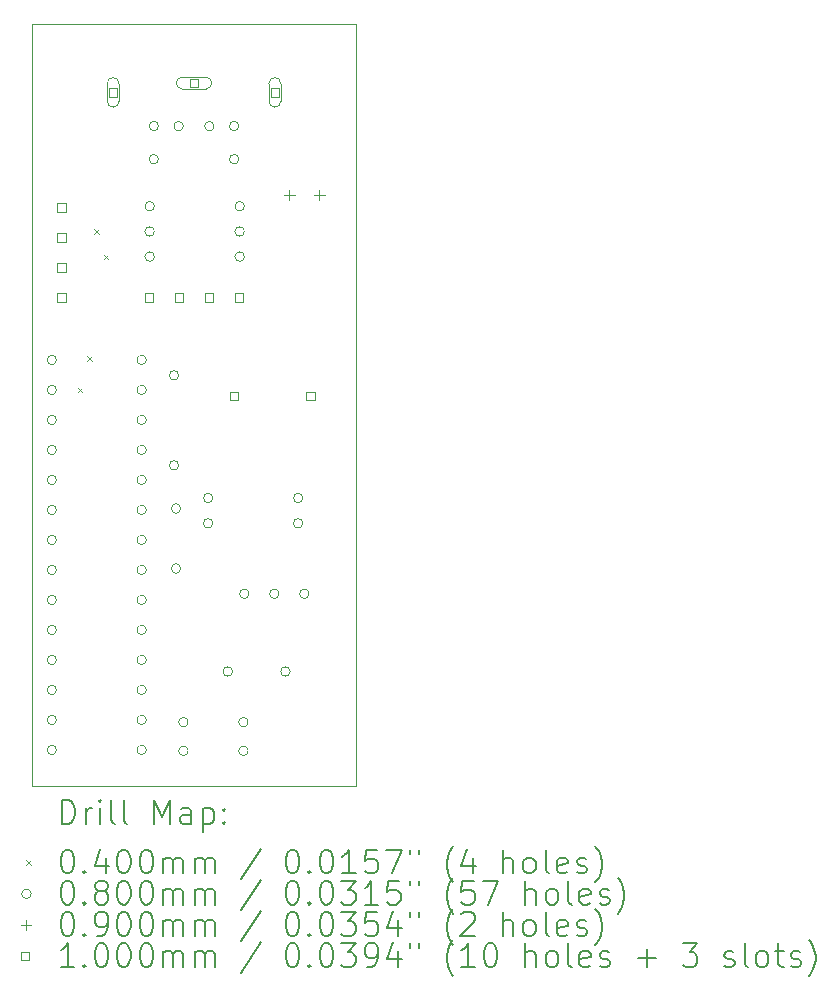
<source format=gbr>
%TF.GenerationSoftware,KiCad,Pcbnew,8.0.5*%
%TF.CreationDate,2024-11-15T12:40:46+00:00*%
%TF.ProjectId,TIMPS2KeyMini,54494d50-5332-44b6-9579-4d696e692e6b,rev?*%
%TF.SameCoordinates,Original*%
%TF.FileFunction,Drillmap*%
%TF.FilePolarity,Positive*%
%FSLAX45Y45*%
G04 Gerber Fmt 4.5, Leading zero omitted, Abs format (unit mm)*
G04 Created by KiCad (PCBNEW 8.0.5) date 2024-11-15 12:40:46*
%MOMM*%
%LPD*%
G01*
G04 APERTURE LIST*
%ADD10C,0.100000*%
%ADD11C,0.200000*%
G04 APERTURE END LIST*
D10*
X11192500Y-3921000D02*
X13937500Y-3921000D01*
X13937500Y-10376000D01*
X11192500Y-10376000D01*
X11192500Y-3921000D01*
D11*
D10*
X11581000Y-6999000D02*
X11621000Y-7039000D01*
X11621000Y-6999000D02*
X11581000Y-7039000D01*
X11661000Y-6735000D02*
X11701000Y-6775000D01*
X11701000Y-6735000D02*
X11661000Y-6775000D01*
X11721000Y-5657000D02*
X11761000Y-5697000D01*
X11761000Y-5657000D02*
X11721000Y-5697000D01*
X11801000Y-5874000D02*
X11841000Y-5914000D01*
X11841000Y-5874000D02*
X11801000Y-5914000D01*
X11402000Y-6765000D02*
G75*
G02*
X11322000Y-6765000I-40000J0D01*
G01*
X11322000Y-6765000D02*
G75*
G02*
X11402000Y-6765000I40000J0D01*
G01*
X11402000Y-7019000D02*
G75*
G02*
X11322000Y-7019000I-40000J0D01*
G01*
X11322000Y-7019000D02*
G75*
G02*
X11402000Y-7019000I40000J0D01*
G01*
X11402000Y-7273000D02*
G75*
G02*
X11322000Y-7273000I-40000J0D01*
G01*
X11322000Y-7273000D02*
G75*
G02*
X11402000Y-7273000I40000J0D01*
G01*
X11402000Y-7527000D02*
G75*
G02*
X11322000Y-7527000I-40000J0D01*
G01*
X11322000Y-7527000D02*
G75*
G02*
X11402000Y-7527000I40000J0D01*
G01*
X11402000Y-7781000D02*
G75*
G02*
X11322000Y-7781000I-40000J0D01*
G01*
X11322000Y-7781000D02*
G75*
G02*
X11402000Y-7781000I40000J0D01*
G01*
X11402000Y-8035000D02*
G75*
G02*
X11322000Y-8035000I-40000J0D01*
G01*
X11322000Y-8035000D02*
G75*
G02*
X11402000Y-8035000I40000J0D01*
G01*
X11402000Y-8289000D02*
G75*
G02*
X11322000Y-8289000I-40000J0D01*
G01*
X11322000Y-8289000D02*
G75*
G02*
X11402000Y-8289000I40000J0D01*
G01*
X11402000Y-8543000D02*
G75*
G02*
X11322000Y-8543000I-40000J0D01*
G01*
X11322000Y-8543000D02*
G75*
G02*
X11402000Y-8543000I40000J0D01*
G01*
X11402000Y-8797000D02*
G75*
G02*
X11322000Y-8797000I-40000J0D01*
G01*
X11322000Y-8797000D02*
G75*
G02*
X11402000Y-8797000I40000J0D01*
G01*
X11402000Y-9051000D02*
G75*
G02*
X11322000Y-9051000I-40000J0D01*
G01*
X11322000Y-9051000D02*
G75*
G02*
X11402000Y-9051000I40000J0D01*
G01*
X11402000Y-9305000D02*
G75*
G02*
X11322000Y-9305000I-40000J0D01*
G01*
X11322000Y-9305000D02*
G75*
G02*
X11402000Y-9305000I40000J0D01*
G01*
X11402000Y-9559000D02*
G75*
G02*
X11322000Y-9559000I-40000J0D01*
G01*
X11322000Y-9559000D02*
G75*
G02*
X11402000Y-9559000I40000J0D01*
G01*
X11402000Y-9813000D02*
G75*
G02*
X11322000Y-9813000I-40000J0D01*
G01*
X11322000Y-9813000D02*
G75*
G02*
X11402000Y-9813000I40000J0D01*
G01*
X11402000Y-10067000D02*
G75*
G02*
X11322000Y-10067000I-40000J0D01*
G01*
X11322000Y-10067000D02*
G75*
G02*
X11402000Y-10067000I40000J0D01*
G01*
X12163000Y-6765000D02*
G75*
G02*
X12083000Y-6765000I-40000J0D01*
G01*
X12083000Y-6765000D02*
G75*
G02*
X12163000Y-6765000I40000J0D01*
G01*
X12163000Y-7019000D02*
G75*
G02*
X12083000Y-7019000I-40000J0D01*
G01*
X12083000Y-7019000D02*
G75*
G02*
X12163000Y-7019000I40000J0D01*
G01*
X12163000Y-7273000D02*
G75*
G02*
X12083000Y-7273000I-40000J0D01*
G01*
X12083000Y-7273000D02*
G75*
G02*
X12163000Y-7273000I40000J0D01*
G01*
X12163000Y-7527000D02*
G75*
G02*
X12083000Y-7527000I-40000J0D01*
G01*
X12083000Y-7527000D02*
G75*
G02*
X12163000Y-7527000I40000J0D01*
G01*
X12163000Y-7781000D02*
G75*
G02*
X12083000Y-7781000I-40000J0D01*
G01*
X12083000Y-7781000D02*
G75*
G02*
X12163000Y-7781000I40000J0D01*
G01*
X12163000Y-8035000D02*
G75*
G02*
X12083000Y-8035000I-40000J0D01*
G01*
X12083000Y-8035000D02*
G75*
G02*
X12163000Y-8035000I40000J0D01*
G01*
X12163000Y-8289000D02*
G75*
G02*
X12083000Y-8289000I-40000J0D01*
G01*
X12083000Y-8289000D02*
G75*
G02*
X12163000Y-8289000I40000J0D01*
G01*
X12163000Y-8543000D02*
G75*
G02*
X12083000Y-8543000I-40000J0D01*
G01*
X12083000Y-8543000D02*
G75*
G02*
X12163000Y-8543000I40000J0D01*
G01*
X12163000Y-8797000D02*
G75*
G02*
X12083000Y-8797000I-40000J0D01*
G01*
X12083000Y-8797000D02*
G75*
G02*
X12163000Y-8797000I40000J0D01*
G01*
X12163000Y-9051000D02*
G75*
G02*
X12083000Y-9051000I-40000J0D01*
G01*
X12083000Y-9051000D02*
G75*
G02*
X12163000Y-9051000I40000J0D01*
G01*
X12163000Y-9305000D02*
G75*
G02*
X12083000Y-9305000I-40000J0D01*
G01*
X12083000Y-9305000D02*
G75*
G02*
X12163000Y-9305000I40000J0D01*
G01*
X12163000Y-9559000D02*
G75*
G02*
X12083000Y-9559000I-40000J0D01*
G01*
X12083000Y-9559000D02*
G75*
G02*
X12163000Y-9559000I40000J0D01*
G01*
X12163000Y-9813000D02*
G75*
G02*
X12083000Y-9813000I-40000J0D01*
G01*
X12083000Y-9813000D02*
G75*
G02*
X12163000Y-9813000I40000J0D01*
G01*
X12163000Y-10067000D02*
G75*
G02*
X12083000Y-10067000I-40000J0D01*
G01*
X12083000Y-10067000D02*
G75*
G02*
X12163000Y-10067000I40000J0D01*
G01*
X12231000Y-5464000D02*
G75*
G02*
X12151000Y-5464000I-40000J0D01*
G01*
X12151000Y-5464000D02*
G75*
G02*
X12231000Y-5464000I40000J0D01*
G01*
X12231000Y-5677000D02*
G75*
G02*
X12151000Y-5677000I-40000J0D01*
G01*
X12151000Y-5677000D02*
G75*
G02*
X12231000Y-5677000I40000J0D01*
G01*
X12231000Y-5890000D02*
G75*
G02*
X12151000Y-5890000I-40000J0D01*
G01*
X12151000Y-5890000D02*
G75*
G02*
X12231000Y-5890000I40000J0D01*
G01*
X12266000Y-4785000D02*
G75*
G02*
X12186000Y-4785000I-40000J0D01*
G01*
X12186000Y-4785000D02*
G75*
G02*
X12266000Y-4785000I40000J0D01*
G01*
X12266000Y-5065000D02*
G75*
G02*
X12186000Y-5065000I-40000J0D01*
G01*
X12186000Y-5065000D02*
G75*
G02*
X12266000Y-5065000I40000J0D01*
G01*
X12437000Y-6896000D02*
G75*
G02*
X12357000Y-6896000I-40000J0D01*
G01*
X12357000Y-6896000D02*
G75*
G02*
X12437000Y-6896000I40000J0D01*
G01*
X12437000Y-7658000D02*
G75*
G02*
X12357000Y-7658000I-40000J0D01*
G01*
X12357000Y-7658000D02*
G75*
G02*
X12437000Y-7658000I40000J0D01*
G01*
X12454000Y-8023000D02*
G75*
G02*
X12374000Y-8023000I-40000J0D01*
G01*
X12374000Y-8023000D02*
G75*
G02*
X12454000Y-8023000I40000J0D01*
G01*
X12454000Y-8531000D02*
G75*
G02*
X12374000Y-8531000I-40000J0D01*
G01*
X12374000Y-8531000D02*
G75*
G02*
X12454000Y-8531000I40000J0D01*
G01*
X12476000Y-4785000D02*
G75*
G02*
X12396000Y-4785000I-40000J0D01*
G01*
X12396000Y-4785000D02*
G75*
G02*
X12476000Y-4785000I40000J0D01*
G01*
X12517000Y-9831000D02*
G75*
G02*
X12437000Y-9831000I-40000J0D01*
G01*
X12437000Y-9831000D02*
G75*
G02*
X12517000Y-9831000I40000J0D01*
G01*
X12517000Y-10075000D02*
G75*
G02*
X12437000Y-10075000I-40000J0D01*
G01*
X12437000Y-10075000D02*
G75*
G02*
X12517000Y-10075000I40000J0D01*
G01*
X12726000Y-7934000D02*
G75*
G02*
X12646000Y-7934000I-40000J0D01*
G01*
X12646000Y-7934000D02*
G75*
G02*
X12726000Y-7934000I40000J0D01*
G01*
X12726000Y-8148000D02*
G75*
G02*
X12646000Y-8148000I-40000J0D01*
G01*
X12646000Y-8148000D02*
G75*
G02*
X12726000Y-8148000I40000J0D01*
G01*
X12736000Y-4785000D02*
G75*
G02*
X12656000Y-4785000I-40000J0D01*
G01*
X12656000Y-4785000D02*
G75*
G02*
X12736000Y-4785000I40000J0D01*
G01*
X12892000Y-9403000D02*
G75*
G02*
X12812000Y-9403000I-40000J0D01*
G01*
X12812000Y-9403000D02*
G75*
G02*
X12892000Y-9403000I40000J0D01*
G01*
X12946000Y-4785000D02*
G75*
G02*
X12866000Y-4785000I-40000J0D01*
G01*
X12866000Y-4785000D02*
G75*
G02*
X12946000Y-4785000I40000J0D01*
G01*
X12946000Y-5065000D02*
G75*
G02*
X12866000Y-5065000I-40000J0D01*
G01*
X12866000Y-5065000D02*
G75*
G02*
X12946000Y-5065000I40000J0D01*
G01*
X12993000Y-5464000D02*
G75*
G02*
X12913000Y-5464000I-40000J0D01*
G01*
X12913000Y-5464000D02*
G75*
G02*
X12993000Y-5464000I40000J0D01*
G01*
X12993000Y-5677000D02*
G75*
G02*
X12913000Y-5677000I-40000J0D01*
G01*
X12913000Y-5677000D02*
G75*
G02*
X12993000Y-5677000I40000J0D01*
G01*
X12993000Y-5890000D02*
G75*
G02*
X12913000Y-5890000I-40000J0D01*
G01*
X12913000Y-5890000D02*
G75*
G02*
X12993000Y-5890000I40000J0D01*
G01*
X13025000Y-9831000D02*
G75*
G02*
X12945000Y-9831000I-40000J0D01*
G01*
X12945000Y-9831000D02*
G75*
G02*
X13025000Y-9831000I40000J0D01*
G01*
X13025000Y-10075000D02*
G75*
G02*
X12945000Y-10075000I-40000J0D01*
G01*
X12945000Y-10075000D02*
G75*
G02*
X13025000Y-10075000I40000J0D01*
G01*
X13032000Y-8745000D02*
G75*
G02*
X12952000Y-8745000I-40000J0D01*
G01*
X12952000Y-8745000D02*
G75*
G02*
X13032000Y-8745000I40000J0D01*
G01*
X13286000Y-8745000D02*
G75*
G02*
X13206000Y-8745000I-40000J0D01*
G01*
X13206000Y-8745000D02*
G75*
G02*
X13286000Y-8745000I40000J0D01*
G01*
X13380000Y-9403000D02*
G75*
G02*
X13300000Y-9403000I-40000J0D01*
G01*
X13300000Y-9403000D02*
G75*
G02*
X13380000Y-9403000I40000J0D01*
G01*
X13488000Y-7934000D02*
G75*
G02*
X13408000Y-7934000I-40000J0D01*
G01*
X13408000Y-7934000D02*
G75*
G02*
X13488000Y-7934000I40000J0D01*
G01*
X13488000Y-8148000D02*
G75*
G02*
X13408000Y-8148000I-40000J0D01*
G01*
X13408000Y-8148000D02*
G75*
G02*
X13488000Y-8148000I40000J0D01*
G01*
X13540000Y-8745000D02*
G75*
G02*
X13460000Y-8745000I-40000J0D01*
G01*
X13460000Y-8745000D02*
G75*
G02*
X13540000Y-8745000I40000J0D01*
G01*
X13374500Y-5324000D02*
X13374500Y-5414000D01*
X13329500Y-5369000D02*
X13419500Y-5369000D01*
X13628500Y-5324000D02*
X13628500Y-5414000D01*
X13583500Y-5369000D02*
X13673500Y-5369000D01*
X11479356Y-5508356D02*
X11479356Y-5437644D01*
X11408644Y-5437644D01*
X11408644Y-5508356D01*
X11479356Y-5508356D01*
X11479356Y-5762356D02*
X11479356Y-5691644D01*
X11408644Y-5691644D01*
X11408644Y-5762356D01*
X11479356Y-5762356D01*
X11479356Y-6016356D02*
X11479356Y-5945644D01*
X11408644Y-5945644D01*
X11408644Y-6016356D01*
X11479356Y-6016356D01*
X11479356Y-6270356D02*
X11479356Y-6199644D01*
X11408644Y-6199644D01*
X11408644Y-6270356D01*
X11479356Y-6270356D01*
X11916356Y-4535356D02*
X11916356Y-4464644D01*
X11845644Y-4464644D01*
X11845644Y-4535356D01*
X11916356Y-4535356D01*
X11831000Y-4425000D02*
X11831000Y-4575000D01*
X11931000Y-4575000D02*
G75*
G02*
X11831000Y-4575000I-50000J0D01*
G01*
X11931000Y-4575000D02*
X11931000Y-4425000D01*
X11931000Y-4425000D02*
G75*
G03*
X11831000Y-4425000I-50000J0D01*
G01*
X12219856Y-6271856D02*
X12219856Y-6201144D01*
X12149144Y-6201144D01*
X12149144Y-6271856D01*
X12219856Y-6271856D01*
X12473856Y-6271856D02*
X12473856Y-6201144D01*
X12403144Y-6201144D01*
X12403144Y-6271856D01*
X12473856Y-6271856D01*
X12601356Y-4455356D02*
X12601356Y-4384644D01*
X12530644Y-4384644D01*
X12530644Y-4455356D01*
X12601356Y-4455356D01*
X12466000Y-4470000D02*
X12666000Y-4470000D01*
X12666000Y-4370000D02*
G75*
G02*
X12666000Y-4470000I0J-50000D01*
G01*
X12666000Y-4370000D02*
X12466000Y-4370000D01*
X12466000Y-4370000D02*
G75*
G03*
X12466000Y-4470000I0J-50000D01*
G01*
X12727856Y-6271856D02*
X12727856Y-6201144D01*
X12657144Y-6201144D01*
X12657144Y-6271856D01*
X12727856Y-6271856D01*
X12939356Y-7103356D02*
X12939356Y-7032644D01*
X12868644Y-7032644D01*
X12868644Y-7103356D01*
X12939356Y-7103356D01*
X12981856Y-6271856D02*
X12981856Y-6201144D01*
X12911144Y-6201144D01*
X12911144Y-6271856D01*
X12981856Y-6271856D01*
X13286356Y-4535356D02*
X13286356Y-4464644D01*
X13215644Y-4464644D01*
X13215644Y-4535356D01*
X13286356Y-4535356D01*
X13201000Y-4425000D02*
X13201000Y-4575000D01*
X13301000Y-4575000D02*
G75*
G02*
X13201000Y-4575000I-50000J0D01*
G01*
X13301000Y-4575000D02*
X13301000Y-4425000D01*
X13301000Y-4425000D02*
G75*
G03*
X13201000Y-4425000I-50000J0D01*
G01*
X13589356Y-7103356D02*
X13589356Y-7032644D01*
X13518644Y-7032644D01*
X13518644Y-7103356D01*
X13589356Y-7103356D01*
D11*
X11448277Y-10692484D02*
X11448277Y-10492484D01*
X11448277Y-10492484D02*
X11495896Y-10492484D01*
X11495896Y-10492484D02*
X11524467Y-10502008D01*
X11524467Y-10502008D02*
X11543515Y-10521055D01*
X11543515Y-10521055D02*
X11553039Y-10540103D01*
X11553039Y-10540103D02*
X11562562Y-10578198D01*
X11562562Y-10578198D02*
X11562562Y-10606770D01*
X11562562Y-10606770D02*
X11553039Y-10644865D01*
X11553039Y-10644865D02*
X11543515Y-10663912D01*
X11543515Y-10663912D02*
X11524467Y-10682960D01*
X11524467Y-10682960D02*
X11495896Y-10692484D01*
X11495896Y-10692484D02*
X11448277Y-10692484D01*
X11648277Y-10692484D02*
X11648277Y-10559150D01*
X11648277Y-10597246D02*
X11657801Y-10578198D01*
X11657801Y-10578198D02*
X11667324Y-10568674D01*
X11667324Y-10568674D02*
X11686372Y-10559150D01*
X11686372Y-10559150D02*
X11705420Y-10559150D01*
X11772086Y-10692484D02*
X11772086Y-10559150D01*
X11772086Y-10492484D02*
X11762562Y-10502008D01*
X11762562Y-10502008D02*
X11772086Y-10511531D01*
X11772086Y-10511531D02*
X11781610Y-10502008D01*
X11781610Y-10502008D02*
X11772086Y-10492484D01*
X11772086Y-10492484D02*
X11772086Y-10511531D01*
X11895896Y-10692484D02*
X11876848Y-10682960D01*
X11876848Y-10682960D02*
X11867324Y-10663912D01*
X11867324Y-10663912D02*
X11867324Y-10492484D01*
X12000658Y-10692484D02*
X11981610Y-10682960D01*
X11981610Y-10682960D02*
X11972086Y-10663912D01*
X11972086Y-10663912D02*
X11972086Y-10492484D01*
X12229229Y-10692484D02*
X12229229Y-10492484D01*
X12229229Y-10492484D02*
X12295896Y-10635341D01*
X12295896Y-10635341D02*
X12362562Y-10492484D01*
X12362562Y-10492484D02*
X12362562Y-10692484D01*
X12543515Y-10692484D02*
X12543515Y-10587722D01*
X12543515Y-10587722D02*
X12533991Y-10568674D01*
X12533991Y-10568674D02*
X12514943Y-10559150D01*
X12514943Y-10559150D02*
X12476848Y-10559150D01*
X12476848Y-10559150D02*
X12457801Y-10568674D01*
X12543515Y-10682960D02*
X12524467Y-10692484D01*
X12524467Y-10692484D02*
X12476848Y-10692484D01*
X12476848Y-10692484D02*
X12457801Y-10682960D01*
X12457801Y-10682960D02*
X12448277Y-10663912D01*
X12448277Y-10663912D02*
X12448277Y-10644865D01*
X12448277Y-10644865D02*
X12457801Y-10625817D01*
X12457801Y-10625817D02*
X12476848Y-10616293D01*
X12476848Y-10616293D02*
X12524467Y-10616293D01*
X12524467Y-10616293D02*
X12543515Y-10606770D01*
X12638753Y-10559150D02*
X12638753Y-10759150D01*
X12638753Y-10568674D02*
X12657801Y-10559150D01*
X12657801Y-10559150D02*
X12695896Y-10559150D01*
X12695896Y-10559150D02*
X12714943Y-10568674D01*
X12714943Y-10568674D02*
X12724467Y-10578198D01*
X12724467Y-10578198D02*
X12733991Y-10597246D01*
X12733991Y-10597246D02*
X12733991Y-10654389D01*
X12733991Y-10654389D02*
X12724467Y-10673436D01*
X12724467Y-10673436D02*
X12714943Y-10682960D01*
X12714943Y-10682960D02*
X12695896Y-10692484D01*
X12695896Y-10692484D02*
X12657801Y-10692484D01*
X12657801Y-10692484D02*
X12638753Y-10682960D01*
X12819705Y-10673436D02*
X12829229Y-10682960D01*
X12829229Y-10682960D02*
X12819705Y-10692484D01*
X12819705Y-10692484D02*
X12810182Y-10682960D01*
X12810182Y-10682960D02*
X12819705Y-10673436D01*
X12819705Y-10673436D02*
X12819705Y-10692484D01*
X12819705Y-10568674D02*
X12829229Y-10578198D01*
X12829229Y-10578198D02*
X12819705Y-10587722D01*
X12819705Y-10587722D02*
X12810182Y-10578198D01*
X12810182Y-10578198D02*
X12819705Y-10568674D01*
X12819705Y-10568674D02*
X12819705Y-10587722D01*
D10*
X11147500Y-11001000D02*
X11187500Y-11041000D01*
X11187500Y-11001000D02*
X11147500Y-11041000D01*
D11*
X11486372Y-10912484D02*
X11505420Y-10912484D01*
X11505420Y-10912484D02*
X11524467Y-10922008D01*
X11524467Y-10922008D02*
X11533991Y-10931531D01*
X11533991Y-10931531D02*
X11543515Y-10950579D01*
X11543515Y-10950579D02*
X11553039Y-10988674D01*
X11553039Y-10988674D02*
X11553039Y-11036293D01*
X11553039Y-11036293D02*
X11543515Y-11074389D01*
X11543515Y-11074389D02*
X11533991Y-11093436D01*
X11533991Y-11093436D02*
X11524467Y-11102960D01*
X11524467Y-11102960D02*
X11505420Y-11112484D01*
X11505420Y-11112484D02*
X11486372Y-11112484D01*
X11486372Y-11112484D02*
X11467324Y-11102960D01*
X11467324Y-11102960D02*
X11457801Y-11093436D01*
X11457801Y-11093436D02*
X11448277Y-11074389D01*
X11448277Y-11074389D02*
X11438753Y-11036293D01*
X11438753Y-11036293D02*
X11438753Y-10988674D01*
X11438753Y-10988674D02*
X11448277Y-10950579D01*
X11448277Y-10950579D02*
X11457801Y-10931531D01*
X11457801Y-10931531D02*
X11467324Y-10922008D01*
X11467324Y-10922008D02*
X11486372Y-10912484D01*
X11638753Y-11093436D02*
X11648277Y-11102960D01*
X11648277Y-11102960D02*
X11638753Y-11112484D01*
X11638753Y-11112484D02*
X11629229Y-11102960D01*
X11629229Y-11102960D02*
X11638753Y-11093436D01*
X11638753Y-11093436D02*
X11638753Y-11112484D01*
X11819705Y-10979150D02*
X11819705Y-11112484D01*
X11772086Y-10902960D02*
X11724467Y-11045817D01*
X11724467Y-11045817D02*
X11848277Y-11045817D01*
X11962562Y-10912484D02*
X11981610Y-10912484D01*
X11981610Y-10912484D02*
X12000658Y-10922008D01*
X12000658Y-10922008D02*
X12010182Y-10931531D01*
X12010182Y-10931531D02*
X12019705Y-10950579D01*
X12019705Y-10950579D02*
X12029229Y-10988674D01*
X12029229Y-10988674D02*
X12029229Y-11036293D01*
X12029229Y-11036293D02*
X12019705Y-11074389D01*
X12019705Y-11074389D02*
X12010182Y-11093436D01*
X12010182Y-11093436D02*
X12000658Y-11102960D01*
X12000658Y-11102960D02*
X11981610Y-11112484D01*
X11981610Y-11112484D02*
X11962562Y-11112484D01*
X11962562Y-11112484D02*
X11943515Y-11102960D01*
X11943515Y-11102960D02*
X11933991Y-11093436D01*
X11933991Y-11093436D02*
X11924467Y-11074389D01*
X11924467Y-11074389D02*
X11914943Y-11036293D01*
X11914943Y-11036293D02*
X11914943Y-10988674D01*
X11914943Y-10988674D02*
X11924467Y-10950579D01*
X11924467Y-10950579D02*
X11933991Y-10931531D01*
X11933991Y-10931531D02*
X11943515Y-10922008D01*
X11943515Y-10922008D02*
X11962562Y-10912484D01*
X12153039Y-10912484D02*
X12172086Y-10912484D01*
X12172086Y-10912484D02*
X12191134Y-10922008D01*
X12191134Y-10922008D02*
X12200658Y-10931531D01*
X12200658Y-10931531D02*
X12210182Y-10950579D01*
X12210182Y-10950579D02*
X12219705Y-10988674D01*
X12219705Y-10988674D02*
X12219705Y-11036293D01*
X12219705Y-11036293D02*
X12210182Y-11074389D01*
X12210182Y-11074389D02*
X12200658Y-11093436D01*
X12200658Y-11093436D02*
X12191134Y-11102960D01*
X12191134Y-11102960D02*
X12172086Y-11112484D01*
X12172086Y-11112484D02*
X12153039Y-11112484D01*
X12153039Y-11112484D02*
X12133991Y-11102960D01*
X12133991Y-11102960D02*
X12124467Y-11093436D01*
X12124467Y-11093436D02*
X12114943Y-11074389D01*
X12114943Y-11074389D02*
X12105420Y-11036293D01*
X12105420Y-11036293D02*
X12105420Y-10988674D01*
X12105420Y-10988674D02*
X12114943Y-10950579D01*
X12114943Y-10950579D02*
X12124467Y-10931531D01*
X12124467Y-10931531D02*
X12133991Y-10922008D01*
X12133991Y-10922008D02*
X12153039Y-10912484D01*
X12305420Y-11112484D02*
X12305420Y-10979150D01*
X12305420Y-10998198D02*
X12314943Y-10988674D01*
X12314943Y-10988674D02*
X12333991Y-10979150D01*
X12333991Y-10979150D02*
X12362563Y-10979150D01*
X12362563Y-10979150D02*
X12381610Y-10988674D01*
X12381610Y-10988674D02*
X12391134Y-11007722D01*
X12391134Y-11007722D02*
X12391134Y-11112484D01*
X12391134Y-11007722D02*
X12400658Y-10988674D01*
X12400658Y-10988674D02*
X12419705Y-10979150D01*
X12419705Y-10979150D02*
X12448277Y-10979150D01*
X12448277Y-10979150D02*
X12467324Y-10988674D01*
X12467324Y-10988674D02*
X12476848Y-11007722D01*
X12476848Y-11007722D02*
X12476848Y-11112484D01*
X12572086Y-11112484D02*
X12572086Y-10979150D01*
X12572086Y-10998198D02*
X12581610Y-10988674D01*
X12581610Y-10988674D02*
X12600658Y-10979150D01*
X12600658Y-10979150D02*
X12629229Y-10979150D01*
X12629229Y-10979150D02*
X12648277Y-10988674D01*
X12648277Y-10988674D02*
X12657801Y-11007722D01*
X12657801Y-11007722D02*
X12657801Y-11112484D01*
X12657801Y-11007722D02*
X12667324Y-10988674D01*
X12667324Y-10988674D02*
X12686372Y-10979150D01*
X12686372Y-10979150D02*
X12714943Y-10979150D01*
X12714943Y-10979150D02*
X12733991Y-10988674D01*
X12733991Y-10988674D02*
X12743515Y-11007722D01*
X12743515Y-11007722D02*
X12743515Y-11112484D01*
X13133991Y-10902960D02*
X12962563Y-11160103D01*
X13391134Y-10912484D02*
X13410182Y-10912484D01*
X13410182Y-10912484D02*
X13429229Y-10922008D01*
X13429229Y-10922008D02*
X13438753Y-10931531D01*
X13438753Y-10931531D02*
X13448277Y-10950579D01*
X13448277Y-10950579D02*
X13457801Y-10988674D01*
X13457801Y-10988674D02*
X13457801Y-11036293D01*
X13457801Y-11036293D02*
X13448277Y-11074389D01*
X13448277Y-11074389D02*
X13438753Y-11093436D01*
X13438753Y-11093436D02*
X13429229Y-11102960D01*
X13429229Y-11102960D02*
X13410182Y-11112484D01*
X13410182Y-11112484D02*
X13391134Y-11112484D01*
X13391134Y-11112484D02*
X13372086Y-11102960D01*
X13372086Y-11102960D02*
X13362563Y-11093436D01*
X13362563Y-11093436D02*
X13353039Y-11074389D01*
X13353039Y-11074389D02*
X13343515Y-11036293D01*
X13343515Y-11036293D02*
X13343515Y-10988674D01*
X13343515Y-10988674D02*
X13353039Y-10950579D01*
X13353039Y-10950579D02*
X13362563Y-10931531D01*
X13362563Y-10931531D02*
X13372086Y-10922008D01*
X13372086Y-10922008D02*
X13391134Y-10912484D01*
X13543515Y-11093436D02*
X13553039Y-11102960D01*
X13553039Y-11102960D02*
X13543515Y-11112484D01*
X13543515Y-11112484D02*
X13533991Y-11102960D01*
X13533991Y-11102960D02*
X13543515Y-11093436D01*
X13543515Y-11093436D02*
X13543515Y-11112484D01*
X13676848Y-10912484D02*
X13695896Y-10912484D01*
X13695896Y-10912484D02*
X13714944Y-10922008D01*
X13714944Y-10922008D02*
X13724467Y-10931531D01*
X13724467Y-10931531D02*
X13733991Y-10950579D01*
X13733991Y-10950579D02*
X13743515Y-10988674D01*
X13743515Y-10988674D02*
X13743515Y-11036293D01*
X13743515Y-11036293D02*
X13733991Y-11074389D01*
X13733991Y-11074389D02*
X13724467Y-11093436D01*
X13724467Y-11093436D02*
X13714944Y-11102960D01*
X13714944Y-11102960D02*
X13695896Y-11112484D01*
X13695896Y-11112484D02*
X13676848Y-11112484D01*
X13676848Y-11112484D02*
X13657801Y-11102960D01*
X13657801Y-11102960D02*
X13648277Y-11093436D01*
X13648277Y-11093436D02*
X13638753Y-11074389D01*
X13638753Y-11074389D02*
X13629229Y-11036293D01*
X13629229Y-11036293D02*
X13629229Y-10988674D01*
X13629229Y-10988674D02*
X13638753Y-10950579D01*
X13638753Y-10950579D02*
X13648277Y-10931531D01*
X13648277Y-10931531D02*
X13657801Y-10922008D01*
X13657801Y-10922008D02*
X13676848Y-10912484D01*
X13933991Y-11112484D02*
X13819706Y-11112484D01*
X13876848Y-11112484D02*
X13876848Y-10912484D01*
X13876848Y-10912484D02*
X13857801Y-10941055D01*
X13857801Y-10941055D02*
X13838753Y-10960103D01*
X13838753Y-10960103D02*
X13819706Y-10969627D01*
X14114944Y-10912484D02*
X14019706Y-10912484D01*
X14019706Y-10912484D02*
X14010182Y-11007722D01*
X14010182Y-11007722D02*
X14019706Y-10998198D01*
X14019706Y-10998198D02*
X14038753Y-10988674D01*
X14038753Y-10988674D02*
X14086372Y-10988674D01*
X14086372Y-10988674D02*
X14105420Y-10998198D01*
X14105420Y-10998198D02*
X14114944Y-11007722D01*
X14114944Y-11007722D02*
X14124467Y-11026770D01*
X14124467Y-11026770D02*
X14124467Y-11074389D01*
X14124467Y-11074389D02*
X14114944Y-11093436D01*
X14114944Y-11093436D02*
X14105420Y-11102960D01*
X14105420Y-11102960D02*
X14086372Y-11112484D01*
X14086372Y-11112484D02*
X14038753Y-11112484D01*
X14038753Y-11112484D02*
X14019706Y-11102960D01*
X14019706Y-11102960D02*
X14010182Y-11093436D01*
X14191134Y-10912484D02*
X14324467Y-10912484D01*
X14324467Y-10912484D02*
X14238753Y-11112484D01*
X14391134Y-10912484D02*
X14391134Y-10950579D01*
X14467325Y-10912484D02*
X14467325Y-10950579D01*
X14762563Y-11188674D02*
X14753039Y-11179150D01*
X14753039Y-11179150D02*
X14733991Y-11150579D01*
X14733991Y-11150579D02*
X14724468Y-11131531D01*
X14724468Y-11131531D02*
X14714944Y-11102960D01*
X14714944Y-11102960D02*
X14705420Y-11055341D01*
X14705420Y-11055341D02*
X14705420Y-11017246D01*
X14705420Y-11017246D02*
X14714944Y-10969627D01*
X14714944Y-10969627D02*
X14724468Y-10941055D01*
X14724468Y-10941055D02*
X14733991Y-10922008D01*
X14733991Y-10922008D02*
X14753039Y-10893436D01*
X14753039Y-10893436D02*
X14762563Y-10883912D01*
X14924468Y-10979150D02*
X14924468Y-11112484D01*
X14876848Y-10902960D02*
X14829229Y-11045817D01*
X14829229Y-11045817D02*
X14953039Y-11045817D01*
X15181610Y-11112484D02*
X15181610Y-10912484D01*
X15267325Y-11112484D02*
X15267325Y-11007722D01*
X15267325Y-11007722D02*
X15257801Y-10988674D01*
X15257801Y-10988674D02*
X15238753Y-10979150D01*
X15238753Y-10979150D02*
X15210182Y-10979150D01*
X15210182Y-10979150D02*
X15191134Y-10988674D01*
X15191134Y-10988674D02*
X15181610Y-10998198D01*
X15391134Y-11112484D02*
X15372087Y-11102960D01*
X15372087Y-11102960D02*
X15362563Y-11093436D01*
X15362563Y-11093436D02*
X15353039Y-11074389D01*
X15353039Y-11074389D02*
X15353039Y-11017246D01*
X15353039Y-11017246D02*
X15362563Y-10998198D01*
X15362563Y-10998198D02*
X15372087Y-10988674D01*
X15372087Y-10988674D02*
X15391134Y-10979150D01*
X15391134Y-10979150D02*
X15419706Y-10979150D01*
X15419706Y-10979150D02*
X15438753Y-10988674D01*
X15438753Y-10988674D02*
X15448277Y-10998198D01*
X15448277Y-10998198D02*
X15457801Y-11017246D01*
X15457801Y-11017246D02*
X15457801Y-11074389D01*
X15457801Y-11074389D02*
X15448277Y-11093436D01*
X15448277Y-11093436D02*
X15438753Y-11102960D01*
X15438753Y-11102960D02*
X15419706Y-11112484D01*
X15419706Y-11112484D02*
X15391134Y-11112484D01*
X15572087Y-11112484D02*
X15553039Y-11102960D01*
X15553039Y-11102960D02*
X15543515Y-11083912D01*
X15543515Y-11083912D02*
X15543515Y-10912484D01*
X15724468Y-11102960D02*
X15705420Y-11112484D01*
X15705420Y-11112484D02*
X15667325Y-11112484D01*
X15667325Y-11112484D02*
X15648277Y-11102960D01*
X15648277Y-11102960D02*
X15638753Y-11083912D01*
X15638753Y-11083912D02*
X15638753Y-11007722D01*
X15638753Y-11007722D02*
X15648277Y-10988674D01*
X15648277Y-10988674D02*
X15667325Y-10979150D01*
X15667325Y-10979150D02*
X15705420Y-10979150D01*
X15705420Y-10979150D02*
X15724468Y-10988674D01*
X15724468Y-10988674D02*
X15733991Y-11007722D01*
X15733991Y-11007722D02*
X15733991Y-11026770D01*
X15733991Y-11026770D02*
X15638753Y-11045817D01*
X15810182Y-11102960D02*
X15829230Y-11112484D01*
X15829230Y-11112484D02*
X15867325Y-11112484D01*
X15867325Y-11112484D02*
X15886372Y-11102960D01*
X15886372Y-11102960D02*
X15895896Y-11083912D01*
X15895896Y-11083912D02*
X15895896Y-11074389D01*
X15895896Y-11074389D02*
X15886372Y-11055341D01*
X15886372Y-11055341D02*
X15867325Y-11045817D01*
X15867325Y-11045817D02*
X15838753Y-11045817D01*
X15838753Y-11045817D02*
X15819706Y-11036293D01*
X15819706Y-11036293D02*
X15810182Y-11017246D01*
X15810182Y-11017246D02*
X15810182Y-11007722D01*
X15810182Y-11007722D02*
X15819706Y-10988674D01*
X15819706Y-10988674D02*
X15838753Y-10979150D01*
X15838753Y-10979150D02*
X15867325Y-10979150D01*
X15867325Y-10979150D02*
X15886372Y-10988674D01*
X15962563Y-11188674D02*
X15972087Y-11179150D01*
X15972087Y-11179150D02*
X15991134Y-11150579D01*
X15991134Y-11150579D02*
X16000658Y-11131531D01*
X16000658Y-11131531D02*
X16010182Y-11102960D01*
X16010182Y-11102960D02*
X16019706Y-11055341D01*
X16019706Y-11055341D02*
X16019706Y-11017246D01*
X16019706Y-11017246D02*
X16010182Y-10969627D01*
X16010182Y-10969627D02*
X16000658Y-10941055D01*
X16000658Y-10941055D02*
X15991134Y-10922008D01*
X15991134Y-10922008D02*
X15972087Y-10893436D01*
X15972087Y-10893436D02*
X15962563Y-10883912D01*
D10*
X11187500Y-11285000D02*
G75*
G02*
X11107500Y-11285000I-40000J0D01*
G01*
X11107500Y-11285000D02*
G75*
G02*
X11187500Y-11285000I40000J0D01*
G01*
D11*
X11486372Y-11176484D02*
X11505420Y-11176484D01*
X11505420Y-11176484D02*
X11524467Y-11186008D01*
X11524467Y-11186008D02*
X11533991Y-11195531D01*
X11533991Y-11195531D02*
X11543515Y-11214579D01*
X11543515Y-11214579D02*
X11553039Y-11252674D01*
X11553039Y-11252674D02*
X11553039Y-11300293D01*
X11553039Y-11300293D02*
X11543515Y-11338388D01*
X11543515Y-11338388D02*
X11533991Y-11357436D01*
X11533991Y-11357436D02*
X11524467Y-11366960D01*
X11524467Y-11366960D02*
X11505420Y-11376484D01*
X11505420Y-11376484D02*
X11486372Y-11376484D01*
X11486372Y-11376484D02*
X11467324Y-11366960D01*
X11467324Y-11366960D02*
X11457801Y-11357436D01*
X11457801Y-11357436D02*
X11448277Y-11338388D01*
X11448277Y-11338388D02*
X11438753Y-11300293D01*
X11438753Y-11300293D02*
X11438753Y-11252674D01*
X11438753Y-11252674D02*
X11448277Y-11214579D01*
X11448277Y-11214579D02*
X11457801Y-11195531D01*
X11457801Y-11195531D02*
X11467324Y-11186008D01*
X11467324Y-11186008D02*
X11486372Y-11176484D01*
X11638753Y-11357436D02*
X11648277Y-11366960D01*
X11648277Y-11366960D02*
X11638753Y-11376484D01*
X11638753Y-11376484D02*
X11629229Y-11366960D01*
X11629229Y-11366960D02*
X11638753Y-11357436D01*
X11638753Y-11357436D02*
X11638753Y-11376484D01*
X11762562Y-11262198D02*
X11743515Y-11252674D01*
X11743515Y-11252674D02*
X11733991Y-11243150D01*
X11733991Y-11243150D02*
X11724467Y-11224103D01*
X11724467Y-11224103D02*
X11724467Y-11214579D01*
X11724467Y-11214579D02*
X11733991Y-11195531D01*
X11733991Y-11195531D02*
X11743515Y-11186008D01*
X11743515Y-11186008D02*
X11762562Y-11176484D01*
X11762562Y-11176484D02*
X11800658Y-11176484D01*
X11800658Y-11176484D02*
X11819705Y-11186008D01*
X11819705Y-11186008D02*
X11829229Y-11195531D01*
X11829229Y-11195531D02*
X11838753Y-11214579D01*
X11838753Y-11214579D02*
X11838753Y-11224103D01*
X11838753Y-11224103D02*
X11829229Y-11243150D01*
X11829229Y-11243150D02*
X11819705Y-11252674D01*
X11819705Y-11252674D02*
X11800658Y-11262198D01*
X11800658Y-11262198D02*
X11762562Y-11262198D01*
X11762562Y-11262198D02*
X11743515Y-11271722D01*
X11743515Y-11271722D02*
X11733991Y-11281246D01*
X11733991Y-11281246D02*
X11724467Y-11300293D01*
X11724467Y-11300293D02*
X11724467Y-11338388D01*
X11724467Y-11338388D02*
X11733991Y-11357436D01*
X11733991Y-11357436D02*
X11743515Y-11366960D01*
X11743515Y-11366960D02*
X11762562Y-11376484D01*
X11762562Y-11376484D02*
X11800658Y-11376484D01*
X11800658Y-11376484D02*
X11819705Y-11366960D01*
X11819705Y-11366960D02*
X11829229Y-11357436D01*
X11829229Y-11357436D02*
X11838753Y-11338388D01*
X11838753Y-11338388D02*
X11838753Y-11300293D01*
X11838753Y-11300293D02*
X11829229Y-11281246D01*
X11829229Y-11281246D02*
X11819705Y-11271722D01*
X11819705Y-11271722D02*
X11800658Y-11262198D01*
X11962562Y-11176484D02*
X11981610Y-11176484D01*
X11981610Y-11176484D02*
X12000658Y-11186008D01*
X12000658Y-11186008D02*
X12010182Y-11195531D01*
X12010182Y-11195531D02*
X12019705Y-11214579D01*
X12019705Y-11214579D02*
X12029229Y-11252674D01*
X12029229Y-11252674D02*
X12029229Y-11300293D01*
X12029229Y-11300293D02*
X12019705Y-11338388D01*
X12019705Y-11338388D02*
X12010182Y-11357436D01*
X12010182Y-11357436D02*
X12000658Y-11366960D01*
X12000658Y-11366960D02*
X11981610Y-11376484D01*
X11981610Y-11376484D02*
X11962562Y-11376484D01*
X11962562Y-11376484D02*
X11943515Y-11366960D01*
X11943515Y-11366960D02*
X11933991Y-11357436D01*
X11933991Y-11357436D02*
X11924467Y-11338388D01*
X11924467Y-11338388D02*
X11914943Y-11300293D01*
X11914943Y-11300293D02*
X11914943Y-11252674D01*
X11914943Y-11252674D02*
X11924467Y-11214579D01*
X11924467Y-11214579D02*
X11933991Y-11195531D01*
X11933991Y-11195531D02*
X11943515Y-11186008D01*
X11943515Y-11186008D02*
X11962562Y-11176484D01*
X12153039Y-11176484D02*
X12172086Y-11176484D01*
X12172086Y-11176484D02*
X12191134Y-11186008D01*
X12191134Y-11186008D02*
X12200658Y-11195531D01*
X12200658Y-11195531D02*
X12210182Y-11214579D01*
X12210182Y-11214579D02*
X12219705Y-11252674D01*
X12219705Y-11252674D02*
X12219705Y-11300293D01*
X12219705Y-11300293D02*
X12210182Y-11338388D01*
X12210182Y-11338388D02*
X12200658Y-11357436D01*
X12200658Y-11357436D02*
X12191134Y-11366960D01*
X12191134Y-11366960D02*
X12172086Y-11376484D01*
X12172086Y-11376484D02*
X12153039Y-11376484D01*
X12153039Y-11376484D02*
X12133991Y-11366960D01*
X12133991Y-11366960D02*
X12124467Y-11357436D01*
X12124467Y-11357436D02*
X12114943Y-11338388D01*
X12114943Y-11338388D02*
X12105420Y-11300293D01*
X12105420Y-11300293D02*
X12105420Y-11252674D01*
X12105420Y-11252674D02*
X12114943Y-11214579D01*
X12114943Y-11214579D02*
X12124467Y-11195531D01*
X12124467Y-11195531D02*
X12133991Y-11186008D01*
X12133991Y-11186008D02*
X12153039Y-11176484D01*
X12305420Y-11376484D02*
X12305420Y-11243150D01*
X12305420Y-11262198D02*
X12314943Y-11252674D01*
X12314943Y-11252674D02*
X12333991Y-11243150D01*
X12333991Y-11243150D02*
X12362563Y-11243150D01*
X12362563Y-11243150D02*
X12381610Y-11252674D01*
X12381610Y-11252674D02*
X12391134Y-11271722D01*
X12391134Y-11271722D02*
X12391134Y-11376484D01*
X12391134Y-11271722D02*
X12400658Y-11252674D01*
X12400658Y-11252674D02*
X12419705Y-11243150D01*
X12419705Y-11243150D02*
X12448277Y-11243150D01*
X12448277Y-11243150D02*
X12467324Y-11252674D01*
X12467324Y-11252674D02*
X12476848Y-11271722D01*
X12476848Y-11271722D02*
X12476848Y-11376484D01*
X12572086Y-11376484D02*
X12572086Y-11243150D01*
X12572086Y-11262198D02*
X12581610Y-11252674D01*
X12581610Y-11252674D02*
X12600658Y-11243150D01*
X12600658Y-11243150D02*
X12629229Y-11243150D01*
X12629229Y-11243150D02*
X12648277Y-11252674D01*
X12648277Y-11252674D02*
X12657801Y-11271722D01*
X12657801Y-11271722D02*
X12657801Y-11376484D01*
X12657801Y-11271722D02*
X12667324Y-11252674D01*
X12667324Y-11252674D02*
X12686372Y-11243150D01*
X12686372Y-11243150D02*
X12714943Y-11243150D01*
X12714943Y-11243150D02*
X12733991Y-11252674D01*
X12733991Y-11252674D02*
X12743515Y-11271722D01*
X12743515Y-11271722D02*
X12743515Y-11376484D01*
X13133991Y-11166960D02*
X12962563Y-11424103D01*
X13391134Y-11176484D02*
X13410182Y-11176484D01*
X13410182Y-11176484D02*
X13429229Y-11186008D01*
X13429229Y-11186008D02*
X13438753Y-11195531D01*
X13438753Y-11195531D02*
X13448277Y-11214579D01*
X13448277Y-11214579D02*
X13457801Y-11252674D01*
X13457801Y-11252674D02*
X13457801Y-11300293D01*
X13457801Y-11300293D02*
X13448277Y-11338388D01*
X13448277Y-11338388D02*
X13438753Y-11357436D01*
X13438753Y-11357436D02*
X13429229Y-11366960D01*
X13429229Y-11366960D02*
X13410182Y-11376484D01*
X13410182Y-11376484D02*
X13391134Y-11376484D01*
X13391134Y-11376484D02*
X13372086Y-11366960D01*
X13372086Y-11366960D02*
X13362563Y-11357436D01*
X13362563Y-11357436D02*
X13353039Y-11338388D01*
X13353039Y-11338388D02*
X13343515Y-11300293D01*
X13343515Y-11300293D02*
X13343515Y-11252674D01*
X13343515Y-11252674D02*
X13353039Y-11214579D01*
X13353039Y-11214579D02*
X13362563Y-11195531D01*
X13362563Y-11195531D02*
X13372086Y-11186008D01*
X13372086Y-11186008D02*
X13391134Y-11176484D01*
X13543515Y-11357436D02*
X13553039Y-11366960D01*
X13553039Y-11366960D02*
X13543515Y-11376484D01*
X13543515Y-11376484D02*
X13533991Y-11366960D01*
X13533991Y-11366960D02*
X13543515Y-11357436D01*
X13543515Y-11357436D02*
X13543515Y-11376484D01*
X13676848Y-11176484D02*
X13695896Y-11176484D01*
X13695896Y-11176484D02*
X13714944Y-11186008D01*
X13714944Y-11186008D02*
X13724467Y-11195531D01*
X13724467Y-11195531D02*
X13733991Y-11214579D01*
X13733991Y-11214579D02*
X13743515Y-11252674D01*
X13743515Y-11252674D02*
X13743515Y-11300293D01*
X13743515Y-11300293D02*
X13733991Y-11338388D01*
X13733991Y-11338388D02*
X13724467Y-11357436D01*
X13724467Y-11357436D02*
X13714944Y-11366960D01*
X13714944Y-11366960D02*
X13695896Y-11376484D01*
X13695896Y-11376484D02*
X13676848Y-11376484D01*
X13676848Y-11376484D02*
X13657801Y-11366960D01*
X13657801Y-11366960D02*
X13648277Y-11357436D01*
X13648277Y-11357436D02*
X13638753Y-11338388D01*
X13638753Y-11338388D02*
X13629229Y-11300293D01*
X13629229Y-11300293D02*
X13629229Y-11252674D01*
X13629229Y-11252674D02*
X13638753Y-11214579D01*
X13638753Y-11214579D02*
X13648277Y-11195531D01*
X13648277Y-11195531D02*
X13657801Y-11186008D01*
X13657801Y-11186008D02*
X13676848Y-11176484D01*
X13810182Y-11176484D02*
X13933991Y-11176484D01*
X13933991Y-11176484D02*
X13867325Y-11252674D01*
X13867325Y-11252674D02*
X13895896Y-11252674D01*
X13895896Y-11252674D02*
X13914944Y-11262198D01*
X13914944Y-11262198D02*
X13924467Y-11271722D01*
X13924467Y-11271722D02*
X13933991Y-11290769D01*
X13933991Y-11290769D02*
X13933991Y-11338388D01*
X13933991Y-11338388D02*
X13924467Y-11357436D01*
X13924467Y-11357436D02*
X13914944Y-11366960D01*
X13914944Y-11366960D02*
X13895896Y-11376484D01*
X13895896Y-11376484D02*
X13838753Y-11376484D01*
X13838753Y-11376484D02*
X13819706Y-11366960D01*
X13819706Y-11366960D02*
X13810182Y-11357436D01*
X14124467Y-11376484D02*
X14010182Y-11376484D01*
X14067325Y-11376484D02*
X14067325Y-11176484D01*
X14067325Y-11176484D02*
X14048277Y-11205055D01*
X14048277Y-11205055D02*
X14029229Y-11224103D01*
X14029229Y-11224103D02*
X14010182Y-11233627D01*
X14305420Y-11176484D02*
X14210182Y-11176484D01*
X14210182Y-11176484D02*
X14200658Y-11271722D01*
X14200658Y-11271722D02*
X14210182Y-11262198D01*
X14210182Y-11262198D02*
X14229229Y-11252674D01*
X14229229Y-11252674D02*
X14276848Y-11252674D01*
X14276848Y-11252674D02*
X14295896Y-11262198D01*
X14295896Y-11262198D02*
X14305420Y-11271722D01*
X14305420Y-11271722D02*
X14314944Y-11290769D01*
X14314944Y-11290769D02*
X14314944Y-11338388D01*
X14314944Y-11338388D02*
X14305420Y-11357436D01*
X14305420Y-11357436D02*
X14295896Y-11366960D01*
X14295896Y-11366960D02*
X14276848Y-11376484D01*
X14276848Y-11376484D02*
X14229229Y-11376484D01*
X14229229Y-11376484D02*
X14210182Y-11366960D01*
X14210182Y-11366960D02*
X14200658Y-11357436D01*
X14391134Y-11176484D02*
X14391134Y-11214579D01*
X14467325Y-11176484D02*
X14467325Y-11214579D01*
X14762563Y-11452674D02*
X14753039Y-11443150D01*
X14753039Y-11443150D02*
X14733991Y-11414579D01*
X14733991Y-11414579D02*
X14724468Y-11395531D01*
X14724468Y-11395531D02*
X14714944Y-11366960D01*
X14714944Y-11366960D02*
X14705420Y-11319341D01*
X14705420Y-11319341D02*
X14705420Y-11281246D01*
X14705420Y-11281246D02*
X14714944Y-11233627D01*
X14714944Y-11233627D02*
X14724468Y-11205055D01*
X14724468Y-11205055D02*
X14733991Y-11186008D01*
X14733991Y-11186008D02*
X14753039Y-11157436D01*
X14753039Y-11157436D02*
X14762563Y-11147912D01*
X14933991Y-11176484D02*
X14838753Y-11176484D01*
X14838753Y-11176484D02*
X14829229Y-11271722D01*
X14829229Y-11271722D02*
X14838753Y-11262198D01*
X14838753Y-11262198D02*
X14857801Y-11252674D01*
X14857801Y-11252674D02*
X14905420Y-11252674D01*
X14905420Y-11252674D02*
X14924468Y-11262198D01*
X14924468Y-11262198D02*
X14933991Y-11271722D01*
X14933991Y-11271722D02*
X14943515Y-11290769D01*
X14943515Y-11290769D02*
X14943515Y-11338388D01*
X14943515Y-11338388D02*
X14933991Y-11357436D01*
X14933991Y-11357436D02*
X14924468Y-11366960D01*
X14924468Y-11366960D02*
X14905420Y-11376484D01*
X14905420Y-11376484D02*
X14857801Y-11376484D01*
X14857801Y-11376484D02*
X14838753Y-11366960D01*
X14838753Y-11366960D02*
X14829229Y-11357436D01*
X15010182Y-11176484D02*
X15143515Y-11176484D01*
X15143515Y-11176484D02*
X15057801Y-11376484D01*
X15372087Y-11376484D02*
X15372087Y-11176484D01*
X15457801Y-11376484D02*
X15457801Y-11271722D01*
X15457801Y-11271722D02*
X15448277Y-11252674D01*
X15448277Y-11252674D02*
X15429230Y-11243150D01*
X15429230Y-11243150D02*
X15400658Y-11243150D01*
X15400658Y-11243150D02*
X15381610Y-11252674D01*
X15381610Y-11252674D02*
X15372087Y-11262198D01*
X15581610Y-11376484D02*
X15562563Y-11366960D01*
X15562563Y-11366960D02*
X15553039Y-11357436D01*
X15553039Y-11357436D02*
X15543515Y-11338388D01*
X15543515Y-11338388D02*
X15543515Y-11281246D01*
X15543515Y-11281246D02*
X15553039Y-11262198D01*
X15553039Y-11262198D02*
X15562563Y-11252674D01*
X15562563Y-11252674D02*
X15581610Y-11243150D01*
X15581610Y-11243150D02*
X15610182Y-11243150D01*
X15610182Y-11243150D02*
X15629230Y-11252674D01*
X15629230Y-11252674D02*
X15638753Y-11262198D01*
X15638753Y-11262198D02*
X15648277Y-11281246D01*
X15648277Y-11281246D02*
X15648277Y-11338388D01*
X15648277Y-11338388D02*
X15638753Y-11357436D01*
X15638753Y-11357436D02*
X15629230Y-11366960D01*
X15629230Y-11366960D02*
X15610182Y-11376484D01*
X15610182Y-11376484D02*
X15581610Y-11376484D01*
X15762563Y-11376484D02*
X15743515Y-11366960D01*
X15743515Y-11366960D02*
X15733991Y-11347912D01*
X15733991Y-11347912D02*
X15733991Y-11176484D01*
X15914944Y-11366960D02*
X15895896Y-11376484D01*
X15895896Y-11376484D02*
X15857801Y-11376484D01*
X15857801Y-11376484D02*
X15838753Y-11366960D01*
X15838753Y-11366960D02*
X15829230Y-11347912D01*
X15829230Y-11347912D02*
X15829230Y-11271722D01*
X15829230Y-11271722D02*
X15838753Y-11252674D01*
X15838753Y-11252674D02*
X15857801Y-11243150D01*
X15857801Y-11243150D02*
X15895896Y-11243150D01*
X15895896Y-11243150D02*
X15914944Y-11252674D01*
X15914944Y-11252674D02*
X15924468Y-11271722D01*
X15924468Y-11271722D02*
X15924468Y-11290769D01*
X15924468Y-11290769D02*
X15829230Y-11309817D01*
X16000658Y-11366960D02*
X16019706Y-11376484D01*
X16019706Y-11376484D02*
X16057801Y-11376484D01*
X16057801Y-11376484D02*
X16076849Y-11366960D01*
X16076849Y-11366960D02*
X16086372Y-11347912D01*
X16086372Y-11347912D02*
X16086372Y-11338388D01*
X16086372Y-11338388D02*
X16076849Y-11319341D01*
X16076849Y-11319341D02*
X16057801Y-11309817D01*
X16057801Y-11309817D02*
X16029230Y-11309817D01*
X16029230Y-11309817D02*
X16010182Y-11300293D01*
X16010182Y-11300293D02*
X16000658Y-11281246D01*
X16000658Y-11281246D02*
X16000658Y-11271722D01*
X16000658Y-11271722D02*
X16010182Y-11252674D01*
X16010182Y-11252674D02*
X16029230Y-11243150D01*
X16029230Y-11243150D02*
X16057801Y-11243150D01*
X16057801Y-11243150D02*
X16076849Y-11252674D01*
X16153039Y-11452674D02*
X16162563Y-11443150D01*
X16162563Y-11443150D02*
X16181611Y-11414579D01*
X16181611Y-11414579D02*
X16191134Y-11395531D01*
X16191134Y-11395531D02*
X16200658Y-11366960D01*
X16200658Y-11366960D02*
X16210182Y-11319341D01*
X16210182Y-11319341D02*
X16210182Y-11281246D01*
X16210182Y-11281246D02*
X16200658Y-11233627D01*
X16200658Y-11233627D02*
X16191134Y-11205055D01*
X16191134Y-11205055D02*
X16181611Y-11186008D01*
X16181611Y-11186008D02*
X16162563Y-11157436D01*
X16162563Y-11157436D02*
X16153039Y-11147912D01*
D10*
X11142500Y-11504000D02*
X11142500Y-11594000D01*
X11097500Y-11549000D02*
X11187500Y-11549000D01*
D11*
X11486372Y-11440484D02*
X11505420Y-11440484D01*
X11505420Y-11440484D02*
X11524467Y-11450008D01*
X11524467Y-11450008D02*
X11533991Y-11459531D01*
X11533991Y-11459531D02*
X11543515Y-11478579D01*
X11543515Y-11478579D02*
X11553039Y-11516674D01*
X11553039Y-11516674D02*
X11553039Y-11564293D01*
X11553039Y-11564293D02*
X11543515Y-11602388D01*
X11543515Y-11602388D02*
X11533991Y-11621436D01*
X11533991Y-11621436D02*
X11524467Y-11630960D01*
X11524467Y-11630960D02*
X11505420Y-11640484D01*
X11505420Y-11640484D02*
X11486372Y-11640484D01*
X11486372Y-11640484D02*
X11467324Y-11630960D01*
X11467324Y-11630960D02*
X11457801Y-11621436D01*
X11457801Y-11621436D02*
X11448277Y-11602388D01*
X11448277Y-11602388D02*
X11438753Y-11564293D01*
X11438753Y-11564293D02*
X11438753Y-11516674D01*
X11438753Y-11516674D02*
X11448277Y-11478579D01*
X11448277Y-11478579D02*
X11457801Y-11459531D01*
X11457801Y-11459531D02*
X11467324Y-11450008D01*
X11467324Y-11450008D02*
X11486372Y-11440484D01*
X11638753Y-11621436D02*
X11648277Y-11630960D01*
X11648277Y-11630960D02*
X11638753Y-11640484D01*
X11638753Y-11640484D02*
X11629229Y-11630960D01*
X11629229Y-11630960D02*
X11638753Y-11621436D01*
X11638753Y-11621436D02*
X11638753Y-11640484D01*
X11743515Y-11640484D02*
X11781610Y-11640484D01*
X11781610Y-11640484D02*
X11800658Y-11630960D01*
X11800658Y-11630960D02*
X11810182Y-11621436D01*
X11810182Y-11621436D02*
X11829229Y-11592865D01*
X11829229Y-11592865D02*
X11838753Y-11554769D01*
X11838753Y-11554769D02*
X11838753Y-11478579D01*
X11838753Y-11478579D02*
X11829229Y-11459531D01*
X11829229Y-11459531D02*
X11819705Y-11450008D01*
X11819705Y-11450008D02*
X11800658Y-11440484D01*
X11800658Y-11440484D02*
X11762562Y-11440484D01*
X11762562Y-11440484D02*
X11743515Y-11450008D01*
X11743515Y-11450008D02*
X11733991Y-11459531D01*
X11733991Y-11459531D02*
X11724467Y-11478579D01*
X11724467Y-11478579D02*
X11724467Y-11526198D01*
X11724467Y-11526198D02*
X11733991Y-11545246D01*
X11733991Y-11545246D02*
X11743515Y-11554769D01*
X11743515Y-11554769D02*
X11762562Y-11564293D01*
X11762562Y-11564293D02*
X11800658Y-11564293D01*
X11800658Y-11564293D02*
X11819705Y-11554769D01*
X11819705Y-11554769D02*
X11829229Y-11545246D01*
X11829229Y-11545246D02*
X11838753Y-11526198D01*
X11962562Y-11440484D02*
X11981610Y-11440484D01*
X11981610Y-11440484D02*
X12000658Y-11450008D01*
X12000658Y-11450008D02*
X12010182Y-11459531D01*
X12010182Y-11459531D02*
X12019705Y-11478579D01*
X12019705Y-11478579D02*
X12029229Y-11516674D01*
X12029229Y-11516674D02*
X12029229Y-11564293D01*
X12029229Y-11564293D02*
X12019705Y-11602388D01*
X12019705Y-11602388D02*
X12010182Y-11621436D01*
X12010182Y-11621436D02*
X12000658Y-11630960D01*
X12000658Y-11630960D02*
X11981610Y-11640484D01*
X11981610Y-11640484D02*
X11962562Y-11640484D01*
X11962562Y-11640484D02*
X11943515Y-11630960D01*
X11943515Y-11630960D02*
X11933991Y-11621436D01*
X11933991Y-11621436D02*
X11924467Y-11602388D01*
X11924467Y-11602388D02*
X11914943Y-11564293D01*
X11914943Y-11564293D02*
X11914943Y-11516674D01*
X11914943Y-11516674D02*
X11924467Y-11478579D01*
X11924467Y-11478579D02*
X11933991Y-11459531D01*
X11933991Y-11459531D02*
X11943515Y-11450008D01*
X11943515Y-11450008D02*
X11962562Y-11440484D01*
X12153039Y-11440484D02*
X12172086Y-11440484D01*
X12172086Y-11440484D02*
X12191134Y-11450008D01*
X12191134Y-11450008D02*
X12200658Y-11459531D01*
X12200658Y-11459531D02*
X12210182Y-11478579D01*
X12210182Y-11478579D02*
X12219705Y-11516674D01*
X12219705Y-11516674D02*
X12219705Y-11564293D01*
X12219705Y-11564293D02*
X12210182Y-11602388D01*
X12210182Y-11602388D02*
X12200658Y-11621436D01*
X12200658Y-11621436D02*
X12191134Y-11630960D01*
X12191134Y-11630960D02*
X12172086Y-11640484D01*
X12172086Y-11640484D02*
X12153039Y-11640484D01*
X12153039Y-11640484D02*
X12133991Y-11630960D01*
X12133991Y-11630960D02*
X12124467Y-11621436D01*
X12124467Y-11621436D02*
X12114943Y-11602388D01*
X12114943Y-11602388D02*
X12105420Y-11564293D01*
X12105420Y-11564293D02*
X12105420Y-11516674D01*
X12105420Y-11516674D02*
X12114943Y-11478579D01*
X12114943Y-11478579D02*
X12124467Y-11459531D01*
X12124467Y-11459531D02*
X12133991Y-11450008D01*
X12133991Y-11450008D02*
X12153039Y-11440484D01*
X12305420Y-11640484D02*
X12305420Y-11507150D01*
X12305420Y-11526198D02*
X12314943Y-11516674D01*
X12314943Y-11516674D02*
X12333991Y-11507150D01*
X12333991Y-11507150D02*
X12362563Y-11507150D01*
X12362563Y-11507150D02*
X12381610Y-11516674D01*
X12381610Y-11516674D02*
X12391134Y-11535722D01*
X12391134Y-11535722D02*
X12391134Y-11640484D01*
X12391134Y-11535722D02*
X12400658Y-11516674D01*
X12400658Y-11516674D02*
X12419705Y-11507150D01*
X12419705Y-11507150D02*
X12448277Y-11507150D01*
X12448277Y-11507150D02*
X12467324Y-11516674D01*
X12467324Y-11516674D02*
X12476848Y-11535722D01*
X12476848Y-11535722D02*
X12476848Y-11640484D01*
X12572086Y-11640484D02*
X12572086Y-11507150D01*
X12572086Y-11526198D02*
X12581610Y-11516674D01*
X12581610Y-11516674D02*
X12600658Y-11507150D01*
X12600658Y-11507150D02*
X12629229Y-11507150D01*
X12629229Y-11507150D02*
X12648277Y-11516674D01*
X12648277Y-11516674D02*
X12657801Y-11535722D01*
X12657801Y-11535722D02*
X12657801Y-11640484D01*
X12657801Y-11535722D02*
X12667324Y-11516674D01*
X12667324Y-11516674D02*
X12686372Y-11507150D01*
X12686372Y-11507150D02*
X12714943Y-11507150D01*
X12714943Y-11507150D02*
X12733991Y-11516674D01*
X12733991Y-11516674D02*
X12743515Y-11535722D01*
X12743515Y-11535722D02*
X12743515Y-11640484D01*
X13133991Y-11430960D02*
X12962563Y-11688103D01*
X13391134Y-11440484D02*
X13410182Y-11440484D01*
X13410182Y-11440484D02*
X13429229Y-11450008D01*
X13429229Y-11450008D02*
X13438753Y-11459531D01*
X13438753Y-11459531D02*
X13448277Y-11478579D01*
X13448277Y-11478579D02*
X13457801Y-11516674D01*
X13457801Y-11516674D02*
X13457801Y-11564293D01*
X13457801Y-11564293D02*
X13448277Y-11602388D01*
X13448277Y-11602388D02*
X13438753Y-11621436D01*
X13438753Y-11621436D02*
X13429229Y-11630960D01*
X13429229Y-11630960D02*
X13410182Y-11640484D01*
X13410182Y-11640484D02*
X13391134Y-11640484D01*
X13391134Y-11640484D02*
X13372086Y-11630960D01*
X13372086Y-11630960D02*
X13362563Y-11621436D01*
X13362563Y-11621436D02*
X13353039Y-11602388D01*
X13353039Y-11602388D02*
X13343515Y-11564293D01*
X13343515Y-11564293D02*
X13343515Y-11516674D01*
X13343515Y-11516674D02*
X13353039Y-11478579D01*
X13353039Y-11478579D02*
X13362563Y-11459531D01*
X13362563Y-11459531D02*
X13372086Y-11450008D01*
X13372086Y-11450008D02*
X13391134Y-11440484D01*
X13543515Y-11621436D02*
X13553039Y-11630960D01*
X13553039Y-11630960D02*
X13543515Y-11640484D01*
X13543515Y-11640484D02*
X13533991Y-11630960D01*
X13533991Y-11630960D02*
X13543515Y-11621436D01*
X13543515Y-11621436D02*
X13543515Y-11640484D01*
X13676848Y-11440484D02*
X13695896Y-11440484D01*
X13695896Y-11440484D02*
X13714944Y-11450008D01*
X13714944Y-11450008D02*
X13724467Y-11459531D01*
X13724467Y-11459531D02*
X13733991Y-11478579D01*
X13733991Y-11478579D02*
X13743515Y-11516674D01*
X13743515Y-11516674D02*
X13743515Y-11564293D01*
X13743515Y-11564293D02*
X13733991Y-11602388D01*
X13733991Y-11602388D02*
X13724467Y-11621436D01*
X13724467Y-11621436D02*
X13714944Y-11630960D01*
X13714944Y-11630960D02*
X13695896Y-11640484D01*
X13695896Y-11640484D02*
X13676848Y-11640484D01*
X13676848Y-11640484D02*
X13657801Y-11630960D01*
X13657801Y-11630960D02*
X13648277Y-11621436D01*
X13648277Y-11621436D02*
X13638753Y-11602388D01*
X13638753Y-11602388D02*
X13629229Y-11564293D01*
X13629229Y-11564293D02*
X13629229Y-11516674D01*
X13629229Y-11516674D02*
X13638753Y-11478579D01*
X13638753Y-11478579D02*
X13648277Y-11459531D01*
X13648277Y-11459531D02*
X13657801Y-11450008D01*
X13657801Y-11450008D02*
X13676848Y-11440484D01*
X13810182Y-11440484D02*
X13933991Y-11440484D01*
X13933991Y-11440484D02*
X13867325Y-11516674D01*
X13867325Y-11516674D02*
X13895896Y-11516674D01*
X13895896Y-11516674D02*
X13914944Y-11526198D01*
X13914944Y-11526198D02*
X13924467Y-11535722D01*
X13924467Y-11535722D02*
X13933991Y-11554769D01*
X13933991Y-11554769D02*
X13933991Y-11602388D01*
X13933991Y-11602388D02*
X13924467Y-11621436D01*
X13924467Y-11621436D02*
X13914944Y-11630960D01*
X13914944Y-11630960D02*
X13895896Y-11640484D01*
X13895896Y-11640484D02*
X13838753Y-11640484D01*
X13838753Y-11640484D02*
X13819706Y-11630960D01*
X13819706Y-11630960D02*
X13810182Y-11621436D01*
X14114944Y-11440484D02*
X14019706Y-11440484D01*
X14019706Y-11440484D02*
X14010182Y-11535722D01*
X14010182Y-11535722D02*
X14019706Y-11526198D01*
X14019706Y-11526198D02*
X14038753Y-11516674D01*
X14038753Y-11516674D02*
X14086372Y-11516674D01*
X14086372Y-11516674D02*
X14105420Y-11526198D01*
X14105420Y-11526198D02*
X14114944Y-11535722D01*
X14114944Y-11535722D02*
X14124467Y-11554769D01*
X14124467Y-11554769D02*
X14124467Y-11602388D01*
X14124467Y-11602388D02*
X14114944Y-11621436D01*
X14114944Y-11621436D02*
X14105420Y-11630960D01*
X14105420Y-11630960D02*
X14086372Y-11640484D01*
X14086372Y-11640484D02*
X14038753Y-11640484D01*
X14038753Y-11640484D02*
X14019706Y-11630960D01*
X14019706Y-11630960D02*
X14010182Y-11621436D01*
X14295896Y-11507150D02*
X14295896Y-11640484D01*
X14248277Y-11430960D02*
X14200658Y-11573817D01*
X14200658Y-11573817D02*
X14324467Y-11573817D01*
X14391134Y-11440484D02*
X14391134Y-11478579D01*
X14467325Y-11440484D02*
X14467325Y-11478579D01*
X14762563Y-11716674D02*
X14753039Y-11707150D01*
X14753039Y-11707150D02*
X14733991Y-11678579D01*
X14733991Y-11678579D02*
X14724468Y-11659531D01*
X14724468Y-11659531D02*
X14714944Y-11630960D01*
X14714944Y-11630960D02*
X14705420Y-11583341D01*
X14705420Y-11583341D02*
X14705420Y-11545246D01*
X14705420Y-11545246D02*
X14714944Y-11497627D01*
X14714944Y-11497627D02*
X14724468Y-11469055D01*
X14724468Y-11469055D02*
X14733991Y-11450008D01*
X14733991Y-11450008D02*
X14753039Y-11421436D01*
X14753039Y-11421436D02*
X14762563Y-11411912D01*
X14829229Y-11459531D02*
X14838753Y-11450008D01*
X14838753Y-11450008D02*
X14857801Y-11440484D01*
X14857801Y-11440484D02*
X14905420Y-11440484D01*
X14905420Y-11440484D02*
X14924468Y-11450008D01*
X14924468Y-11450008D02*
X14933991Y-11459531D01*
X14933991Y-11459531D02*
X14943515Y-11478579D01*
X14943515Y-11478579D02*
X14943515Y-11497627D01*
X14943515Y-11497627D02*
X14933991Y-11526198D01*
X14933991Y-11526198D02*
X14819706Y-11640484D01*
X14819706Y-11640484D02*
X14943515Y-11640484D01*
X15181610Y-11640484D02*
X15181610Y-11440484D01*
X15267325Y-11640484D02*
X15267325Y-11535722D01*
X15267325Y-11535722D02*
X15257801Y-11516674D01*
X15257801Y-11516674D02*
X15238753Y-11507150D01*
X15238753Y-11507150D02*
X15210182Y-11507150D01*
X15210182Y-11507150D02*
X15191134Y-11516674D01*
X15191134Y-11516674D02*
X15181610Y-11526198D01*
X15391134Y-11640484D02*
X15372087Y-11630960D01*
X15372087Y-11630960D02*
X15362563Y-11621436D01*
X15362563Y-11621436D02*
X15353039Y-11602388D01*
X15353039Y-11602388D02*
X15353039Y-11545246D01*
X15353039Y-11545246D02*
X15362563Y-11526198D01*
X15362563Y-11526198D02*
X15372087Y-11516674D01*
X15372087Y-11516674D02*
X15391134Y-11507150D01*
X15391134Y-11507150D02*
X15419706Y-11507150D01*
X15419706Y-11507150D02*
X15438753Y-11516674D01*
X15438753Y-11516674D02*
X15448277Y-11526198D01*
X15448277Y-11526198D02*
X15457801Y-11545246D01*
X15457801Y-11545246D02*
X15457801Y-11602388D01*
X15457801Y-11602388D02*
X15448277Y-11621436D01*
X15448277Y-11621436D02*
X15438753Y-11630960D01*
X15438753Y-11630960D02*
X15419706Y-11640484D01*
X15419706Y-11640484D02*
X15391134Y-11640484D01*
X15572087Y-11640484D02*
X15553039Y-11630960D01*
X15553039Y-11630960D02*
X15543515Y-11611912D01*
X15543515Y-11611912D02*
X15543515Y-11440484D01*
X15724468Y-11630960D02*
X15705420Y-11640484D01*
X15705420Y-11640484D02*
X15667325Y-11640484D01*
X15667325Y-11640484D02*
X15648277Y-11630960D01*
X15648277Y-11630960D02*
X15638753Y-11611912D01*
X15638753Y-11611912D02*
X15638753Y-11535722D01*
X15638753Y-11535722D02*
X15648277Y-11516674D01*
X15648277Y-11516674D02*
X15667325Y-11507150D01*
X15667325Y-11507150D02*
X15705420Y-11507150D01*
X15705420Y-11507150D02*
X15724468Y-11516674D01*
X15724468Y-11516674D02*
X15733991Y-11535722D01*
X15733991Y-11535722D02*
X15733991Y-11554769D01*
X15733991Y-11554769D02*
X15638753Y-11573817D01*
X15810182Y-11630960D02*
X15829230Y-11640484D01*
X15829230Y-11640484D02*
X15867325Y-11640484D01*
X15867325Y-11640484D02*
X15886372Y-11630960D01*
X15886372Y-11630960D02*
X15895896Y-11611912D01*
X15895896Y-11611912D02*
X15895896Y-11602388D01*
X15895896Y-11602388D02*
X15886372Y-11583341D01*
X15886372Y-11583341D02*
X15867325Y-11573817D01*
X15867325Y-11573817D02*
X15838753Y-11573817D01*
X15838753Y-11573817D02*
X15819706Y-11564293D01*
X15819706Y-11564293D02*
X15810182Y-11545246D01*
X15810182Y-11545246D02*
X15810182Y-11535722D01*
X15810182Y-11535722D02*
X15819706Y-11516674D01*
X15819706Y-11516674D02*
X15838753Y-11507150D01*
X15838753Y-11507150D02*
X15867325Y-11507150D01*
X15867325Y-11507150D02*
X15886372Y-11516674D01*
X15962563Y-11716674D02*
X15972087Y-11707150D01*
X15972087Y-11707150D02*
X15991134Y-11678579D01*
X15991134Y-11678579D02*
X16000658Y-11659531D01*
X16000658Y-11659531D02*
X16010182Y-11630960D01*
X16010182Y-11630960D02*
X16019706Y-11583341D01*
X16019706Y-11583341D02*
X16019706Y-11545246D01*
X16019706Y-11545246D02*
X16010182Y-11497627D01*
X16010182Y-11497627D02*
X16000658Y-11469055D01*
X16000658Y-11469055D02*
X15991134Y-11450008D01*
X15991134Y-11450008D02*
X15972087Y-11421436D01*
X15972087Y-11421436D02*
X15962563Y-11411912D01*
D10*
X11172856Y-11848356D02*
X11172856Y-11777644D01*
X11102144Y-11777644D01*
X11102144Y-11848356D01*
X11172856Y-11848356D01*
D11*
X11553039Y-11904484D02*
X11438753Y-11904484D01*
X11495896Y-11904484D02*
X11495896Y-11704484D01*
X11495896Y-11704484D02*
X11476848Y-11733055D01*
X11476848Y-11733055D02*
X11457801Y-11752103D01*
X11457801Y-11752103D02*
X11438753Y-11761627D01*
X11638753Y-11885436D02*
X11648277Y-11894960D01*
X11648277Y-11894960D02*
X11638753Y-11904484D01*
X11638753Y-11904484D02*
X11629229Y-11894960D01*
X11629229Y-11894960D02*
X11638753Y-11885436D01*
X11638753Y-11885436D02*
X11638753Y-11904484D01*
X11772086Y-11704484D02*
X11791134Y-11704484D01*
X11791134Y-11704484D02*
X11810182Y-11714008D01*
X11810182Y-11714008D02*
X11819705Y-11723531D01*
X11819705Y-11723531D02*
X11829229Y-11742579D01*
X11829229Y-11742579D02*
X11838753Y-11780674D01*
X11838753Y-11780674D02*
X11838753Y-11828293D01*
X11838753Y-11828293D02*
X11829229Y-11866388D01*
X11829229Y-11866388D02*
X11819705Y-11885436D01*
X11819705Y-11885436D02*
X11810182Y-11894960D01*
X11810182Y-11894960D02*
X11791134Y-11904484D01*
X11791134Y-11904484D02*
X11772086Y-11904484D01*
X11772086Y-11904484D02*
X11753039Y-11894960D01*
X11753039Y-11894960D02*
X11743515Y-11885436D01*
X11743515Y-11885436D02*
X11733991Y-11866388D01*
X11733991Y-11866388D02*
X11724467Y-11828293D01*
X11724467Y-11828293D02*
X11724467Y-11780674D01*
X11724467Y-11780674D02*
X11733991Y-11742579D01*
X11733991Y-11742579D02*
X11743515Y-11723531D01*
X11743515Y-11723531D02*
X11753039Y-11714008D01*
X11753039Y-11714008D02*
X11772086Y-11704484D01*
X11962562Y-11704484D02*
X11981610Y-11704484D01*
X11981610Y-11704484D02*
X12000658Y-11714008D01*
X12000658Y-11714008D02*
X12010182Y-11723531D01*
X12010182Y-11723531D02*
X12019705Y-11742579D01*
X12019705Y-11742579D02*
X12029229Y-11780674D01*
X12029229Y-11780674D02*
X12029229Y-11828293D01*
X12029229Y-11828293D02*
X12019705Y-11866388D01*
X12019705Y-11866388D02*
X12010182Y-11885436D01*
X12010182Y-11885436D02*
X12000658Y-11894960D01*
X12000658Y-11894960D02*
X11981610Y-11904484D01*
X11981610Y-11904484D02*
X11962562Y-11904484D01*
X11962562Y-11904484D02*
X11943515Y-11894960D01*
X11943515Y-11894960D02*
X11933991Y-11885436D01*
X11933991Y-11885436D02*
X11924467Y-11866388D01*
X11924467Y-11866388D02*
X11914943Y-11828293D01*
X11914943Y-11828293D02*
X11914943Y-11780674D01*
X11914943Y-11780674D02*
X11924467Y-11742579D01*
X11924467Y-11742579D02*
X11933991Y-11723531D01*
X11933991Y-11723531D02*
X11943515Y-11714008D01*
X11943515Y-11714008D02*
X11962562Y-11704484D01*
X12153039Y-11704484D02*
X12172086Y-11704484D01*
X12172086Y-11704484D02*
X12191134Y-11714008D01*
X12191134Y-11714008D02*
X12200658Y-11723531D01*
X12200658Y-11723531D02*
X12210182Y-11742579D01*
X12210182Y-11742579D02*
X12219705Y-11780674D01*
X12219705Y-11780674D02*
X12219705Y-11828293D01*
X12219705Y-11828293D02*
X12210182Y-11866388D01*
X12210182Y-11866388D02*
X12200658Y-11885436D01*
X12200658Y-11885436D02*
X12191134Y-11894960D01*
X12191134Y-11894960D02*
X12172086Y-11904484D01*
X12172086Y-11904484D02*
X12153039Y-11904484D01*
X12153039Y-11904484D02*
X12133991Y-11894960D01*
X12133991Y-11894960D02*
X12124467Y-11885436D01*
X12124467Y-11885436D02*
X12114943Y-11866388D01*
X12114943Y-11866388D02*
X12105420Y-11828293D01*
X12105420Y-11828293D02*
X12105420Y-11780674D01*
X12105420Y-11780674D02*
X12114943Y-11742579D01*
X12114943Y-11742579D02*
X12124467Y-11723531D01*
X12124467Y-11723531D02*
X12133991Y-11714008D01*
X12133991Y-11714008D02*
X12153039Y-11704484D01*
X12305420Y-11904484D02*
X12305420Y-11771150D01*
X12305420Y-11790198D02*
X12314943Y-11780674D01*
X12314943Y-11780674D02*
X12333991Y-11771150D01*
X12333991Y-11771150D02*
X12362563Y-11771150D01*
X12362563Y-11771150D02*
X12381610Y-11780674D01*
X12381610Y-11780674D02*
X12391134Y-11799722D01*
X12391134Y-11799722D02*
X12391134Y-11904484D01*
X12391134Y-11799722D02*
X12400658Y-11780674D01*
X12400658Y-11780674D02*
X12419705Y-11771150D01*
X12419705Y-11771150D02*
X12448277Y-11771150D01*
X12448277Y-11771150D02*
X12467324Y-11780674D01*
X12467324Y-11780674D02*
X12476848Y-11799722D01*
X12476848Y-11799722D02*
X12476848Y-11904484D01*
X12572086Y-11904484D02*
X12572086Y-11771150D01*
X12572086Y-11790198D02*
X12581610Y-11780674D01*
X12581610Y-11780674D02*
X12600658Y-11771150D01*
X12600658Y-11771150D02*
X12629229Y-11771150D01*
X12629229Y-11771150D02*
X12648277Y-11780674D01*
X12648277Y-11780674D02*
X12657801Y-11799722D01*
X12657801Y-11799722D02*
X12657801Y-11904484D01*
X12657801Y-11799722D02*
X12667324Y-11780674D01*
X12667324Y-11780674D02*
X12686372Y-11771150D01*
X12686372Y-11771150D02*
X12714943Y-11771150D01*
X12714943Y-11771150D02*
X12733991Y-11780674D01*
X12733991Y-11780674D02*
X12743515Y-11799722D01*
X12743515Y-11799722D02*
X12743515Y-11904484D01*
X13133991Y-11694960D02*
X12962563Y-11952103D01*
X13391134Y-11704484D02*
X13410182Y-11704484D01*
X13410182Y-11704484D02*
X13429229Y-11714008D01*
X13429229Y-11714008D02*
X13438753Y-11723531D01*
X13438753Y-11723531D02*
X13448277Y-11742579D01*
X13448277Y-11742579D02*
X13457801Y-11780674D01*
X13457801Y-11780674D02*
X13457801Y-11828293D01*
X13457801Y-11828293D02*
X13448277Y-11866388D01*
X13448277Y-11866388D02*
X13438753Y-11885436D01*
X13438753Y-11885436D02*
X13429229Y-11894960D01*
X13429229Y-11894960D02*
X13410182Y-11904484D01*
X13410182Y-11904484D02*
X13391134Y-11904484D01*
X13391134Y-11904484D02*
X13372086Y-11894960D01*
X13372086Y-11894960D02*
X13362563Y-11885436D01*
X13362563Y-11885436D02*
X13353039Y-11866388D01*
X13353039Y-11866388D02*
X13343515Y-11828293D01*
X13343515Y-11828293D02*
X13343515Y-11780674D01*
X13343515Y-11780674D02*
X13353039Y-11742579D01*
X13353039Y-11742579D02*
X13362563Y-11723531D01*
X13362563Y-11723531D02*
X13372086Y-11714008D01*
X13372086Y-11714008D02*
X13391134Y-11704484D01*
X13543515Y-11885436D02*
X13553039Y-11894960D01*
X13553039Y-11894960D02*
X13543515Y-11904484D01*
X13543515Y-11904484D02*
X13533991Y-11894960D01*
X13533991Y-11894960D02*
X13543515Y-11885436D01*
X13543515Y-11885436D02*
X13543515Y-11904484D01*
X13676848Y-11704484D02*
X13695896Y-11704484D01*
X13695896Y-11704484D02*
X13714944Y-11714008D01*
X13714944Y-11714008D02*
X13724467Y-11723531D01*
X13724467Y-11723531D02*
X13733991Y-11742579D01*
X13733991Y-11742579D02*
X13743515Y-11780674D01*
X13743515Y-11780674D02*
X13743515Y-11828293D01*
X13743515Y-11828293D02*
X13733991Y-11866388D01*
X13733991Y-11866388D02*
X13724467Y-11885436D01*
X13724467Y-11885436D02*
X13714944Y-11894960D01*
X13714944Y-11894960D02*
X13695896Y-11904484D01*
X13695896Y-11904484D02*
X13676848Y-11904484D01*
X13676848Y-11904484D02*
X13657801Y-11894960D01*
X13657801Y-11894960D02*
X13648277Y-11885436D01*
X13648277Y-11885436D02*
X13638753Y-11866388D01*
X13638753Y-11866388D02*
X13629229Y-11828293D01*
X13629229Y-11828293D02*
X13629229Y-11780674D01*
X13629229Y-11780674D02*
X13638753Y-11742579D01*
X13638753Y-11742579D02*
X13648277Y-11723531D01*
X13648277Y-11723531D02*
X13657801Y-11714008D01*
X13657801Y-11714008D02*
X13676848Y-11704484D01*
X13810182Y-11704484D02*
X13933991Y-11704484D01*
X13933991Y-11704484D02*
X13867325Y-11780674D01*
X13867325Y-11780674D02*
X13895896Y-11780674D01*
X13895896Y-11780674D02*
X13914944Y-11790198D01*
X13914944Y-11790198D02*
X13924467Y-11799722D01*
X13924467Y-11799722D02*
X13933991Y-11818769D01*
X13933991Y-11818769D02*
X13933991Y-11866388D01*
X13933991Y-11866388D02*
X13924467Y-11885436D01*
X13924467Y-11885436D02*
X13914944Y-11894960D01*
X13914944Y-11894960D02*
X13895896Y-11904484D01*
X13895896Y-11904484D02*
X13838753Y-11904484D01*
X13838753Y-11904484D02*
X13819706Y-11894960D01*
X13819706Y-11894960D02*
X13810182Y-11885436D01*
X14029229Y-11904484D02*
X14067325Y-11904484D01*
X14067325Y-11904484D02*
X14086372Y-11894960D01*
X14086372Y-11894960D02*
X14095896Y-11885436D01*
X14095896Y-11885436D02*
X14114944Y-11856865D01*
X14114944Y-11856865D02*
X14124467Y-11818769D01*
X14124467Y-11818769D02*
X14124467Y-11742579D01*
X14124467Y-11742579D02*
X14114944Y-11723531D01*
X14114944Y-11723531D02*
X14105420Y-11714008D01*
X14105420Y-11714008D02*
X14086372Y-11704484D01*
X14086372Y-11704484D02*
X14048277Y-11704484D01*
X14048277Y-11704484D02*
X14029229Y-11714008D01*
X14029229Y-11714008D02*
X14019706Y-11723531D01*
X14019706Y-11723531D02*
X14010182Y-11742579D01*
X14010182Y-11742579D02*
X14010182Y-11790198D01*
X14010182Y-11790198D02*
X14019706Y-11809246D01*
X14019706Y-11809246D02*
X14029229Y-11818769D01*
X14029229Y-11818769D02*
X14048277Y-11828293D01*
X14048277Y-11828293D02*
X14086372Y-11828293D01*
X14086372Y-11828293D02*
X14105420Y-11818769D01*
X14105420Y-11818769D02*
X14114944Y-11809246D01*
X14114944Y-11809246D02*
X14124467Y-11790198D01*
X14295896Y-11771150D02*
X14295896Y-11904484D01*
X14248277Y-11694960D02*
X14200658Y-11837817D01*
X14200658Y-11837817D02*
X14324467Y-11837817D01*
X14391134Y-11704484D02*
X14391134Y-11742579D01*
X14467325Y-11704484D02*
X14467325Y-11742579D01*
X14762563Y-11980674D02*
X14753039Y-11971150D01*
X14753039Y-11971150D02*
X14733991Y-11942579D01*
X14733991Y-11942579D02*
X14724468Y-11923531D01*
X14724468Y-11923531D02*
X14714944Y-11894960D01*
X14714944Y-11894960D02*
X14705420Y-11847341D01*
X14705420Y-11847341D02*
X14705420Y-11809246D01*
X14705420Y-11809246D02*
X14714944Y-11761627D01*
X14714944Y-11761627D02*
X14724468Y-11733055D01*
X14724468Y-11733055D02*
X14733991Y-11714008D01*
X14733991Y-11714008D02*
X14753039Y-11685436D01*
X14753039Y-11685436D02*
X14762563Y-11675912D01*
X14943515Y-11904484D02*
X14829229Y-11904484D01*
X14886372Y-11904484D02*
X14886372Y-11704484D01*
X14886372Y-11704484D02*
X14867325Y-11733055D01*
X14867325Y-11733055D02*
X14848277Y-11752103D01*
X14848277Y-11752103D02*
X14829229Y-11761627D01*
X15067325Y-11704484D02*
X15086372Y-11704484D01*
X15086372Y-11704484D02*
X15105420Y-11714008D01*
X15105420Y-11714008D02*
X15114944Y-11723531D01*
X15114944Y-11723531D02*
X15124468Y-11742579D01*
X15124468Y-11742579D02*
X15133991Y-11780674D01*
X15133991Y-11780674D02*
X15133991Y-11828293D01*
X15133991Y-11828293D02*
X15124468Y-11866388D01*
X15124468Y-11866388D02*
X15114944Y-11885436D01*
X15114944Y-11885436D02*
X15105420Y-11894960D01*
X15105420Y-11894960D02*
X15086372Y-11904484D01*
X15086372Y-11904484D02*
X15067325Y-11904484D01*
X15067325Y-11904484D02*
X15048277Y-11894960D01*
X15048277Y-11894960D02*
X15038753Y-11885436D01*
X15038753Y-11885436D02*
X15029229Y-11866388D01*
X15029229Y-11866388D02*
X15019706Y-11828293D01*
X15019706Y-11828293D02*
X15019706Y-11780674D01*
X15019706Y-11780674D02*
X15029229Y-11742579D01*
X15029229Y-11742579D02*
X15038753Y-11723531D01*
X15038753Y-11723531D02*
X15048277Y-11714008D01*
X15048277Y-11714008D02*
X15067325Y-11704484D01*
X15372087Y-11904484D02*
X15372087Y-11704484D01*
X15457801Y-11904484D02*
X15457801Y-11799722D01*
X15457801Y-11799722D02*
X15448277Y-11780674D01*
X15448277Y-11780674D02*
X15429230Y-11771150D01*
X15429230Y-11771150D02*
X15400658Y-11771150D01*
X15400658Y-11771150D02*
X15381610Y-11780674D01*
X15381610Y-11780674D02*
X15372087Y-11790198D01*
X15581610Y-11904484D02*
X15562563Y-11894960D01*
X15562563Y-11894960D02*
X15553039Y-11885436D01*
X15553039Y-11885436D02*
X15543515Y-11866388D01*
X15543515Y-11866388D02*
X15543515Y-11809246D01*
X15543515Y-11809246D02*
X15553039Y-11790198D01*
X15553039Y-11790198D02*
X15562563Y-11780674D01*
X15562563Y-11780674D02*
X15581610Y-11771150D01*
X15581610Y-11771150D02*
X15610182Y-11771150D01*
X15610182Y-11771150D02*
X15629230Y-11780674D01*
X15629230Y-11780674D02*
X15638753Y-11790198D01*
X15638753Y-11790198D02*
X15648277Y-11809246D01*
X15648277Y-11809246D02*
X15648277Y-11866388D01*
X15648277Y-11866388D02*
X15638753Y-11885436D01*
X15638753Y-11885436D02*
X15629230Y-11894960D01*
X15629230Y-11894960D02*
X15610182Y-11904484D01*
X15610182Y-11904484D02*
X15581610Y-11904484D01*
X15762563Y-11904484D02*
X15743515Y-11894960D01*
X15743515Y-11894960D02*
X15733991Y-11875912D01*
X15733991Y-11875912D02*
X15733991Y-11704484D01*
X15914944Y-11894960D02*
X15895896Y-11904484D01*
X15895896Y-11904484D02*
X15857801Y-11904484D01*
X15857801Y-11904484D02*
X15838753Y-11894960D01*
X15838753Y-11894960D02*
X15829230Y-11875912D01*
X15829230Y-11875912D02*
X15829230Y-11799722D01*
X15829230Y-11799722D02*
X15838753Y-11780674D01*
X15838753Y-11780674D02*
X15857801Y-11771150D01*
X15857801Y-11771150D02*
X15895896Y-11771150D01*
X15895896Y-11771150D02*
X15914944Y-11780674D01*
X15914944Y-11780674D02*
X15924468Y-11799722D01*
X15924468Y-11799722D02*
X15924468Y-11818769D01*
X15924468Y-11818769D02*
X15829230Y-11837817D01*
X16000658Y-11894960D02*
X16019706Y-11904484D01*
X16019706Y-11904484D02*
X16057801Y-11904484D01*
X16057801Y-11904484D02*
X16076849Y-11894960D01*
X16076849Y-11894960D02*
X16086372Y-11875912D01*
X16086372Y-11875912D02*
X16086372Y-11866388D01*
X16086372Y-11866388D02*
X16076849Y-11847341D01*
X16076849Y-11847341D02*
X16057801Y-11837817D01*
X16057801Y-11837817D02*
X16029230Y-11837817D01*
X16029230Y-11837817D02*
X16010182Y-11828293D01*
X16010182Y-11828293D02*
X16000658Y-11809246D01*
X16000658Y-11809246D02*
X16000658Y-11799722D01*
X16000658Y-11799722D02*
X16010182Y-11780674D01*
X16010182Y-11780674D02*
X16029230Y-11771150D01*
X16029230Y-11771150D02*
X16057801Y-11771150D01*
X16057801Y-11771150D02*
X16076849Y-11780674D01*
X16324468Y-11828293D02*
X16476849Y-11828293D01*
X16400658Y-11904484D02*
X16400658Y-11752103D01*
X16705420Y-11704484D02*
X16829230Y-11704484D01*
X16829230Y-11704484D02*
X16762563Y-11780674D01*
X16762563Y-11780674D02*
X16791135Y-11780674D01*
X16791135Y-11780674D02*
X16810182Y-11790198D01*
X16810182Y-11790198D02*
X16819706Y-11799722D01*
X16819706Y-11799722D02*
X16829230Y-11818769D01*
X16829230Y-11818769D02*
X16829230Y-11866388D01*
X16829230Y-11866388D02*
X16819706Y-11885436D01*
X16819706Y-11885436D02*
X16810182Y-11894960D01*
X16810182Y-11894960D02*
X16791135Y-11904484D01*
X16791135Y-11904484D02*
X16733992Y-11904484D01*
X16733992Y-11904484D02*
X16714944Y-11894960D01*
X16714944Y-11894960D02*
X16705420Y-11885436D01*
X17057801Y-11894960D02*
X17076849Y-11904484D01*
X17076849Y-11904484D02*
X17114944Y-11904484D01*
X17114944Y-11904484D02*
X17133992Y-11894960D01*
X17133992Y-11894960D02*
X17143516Y-11875912D01*
X17143516Y-11875912D02*
X17143516Y-11866388D01*
X17143516Y-11866388D02*
X17133992Y-11847341D01*
X17133992Y-11847341D02*
X17114944Y-11837817D01*
X17114944Y-11837817D02*
X17086373Y-11837817D01*
X17086373Y-11837817D02*
X17067325Y-11828293D01*
X17067325Y-11828293D02*
X17057801Y-11809246D01*
X17057801Y-11809246D02*
X17057801Y-11799722D01*
X17057801Y-11799722D02*
X17067325Y-11780674D01*
X17067325Y-11780674D02*
X17086373Y-11771150D01*
X17086373Y-11771150D02*
X17114944Y-11771150D01*
X17114944Y-11771150D02*
X17133992Y-11780674D01*
X17257801Y-11904484D02*
X17238754Y-11894960D01*
X17238754Y-11894960D02*
X17229230Y-11875912D01*
X17229230Y-11875912D02*
X17229230Y-11704484D01*
X17362563Y-11904484D02*
X17343516Y-11894960D01*
X17343516Y-11894960D02*
X17333992Y-11885436D01*
X17333992Y-11885436D02*
X17324468Y-11866388D01*
X17324468Y-11866388D02*
X17324468Y-11809246D01*
X17324468Y-11809246D02*
X17333992Y-11790198D01*
X17333992Y-11790198D02*
X17343516Y-11780674D01*
X17343516Y-11780674D02*
X17362563Y-11771150D01*
X17362563Y-11771150D02*
X17391135Y-11771150D01*
X17391135Y-11771150D02*
X17410182Y-11780674D01*
X17410182Y-11780674D02*
X17419706Y-11790198D01*
X17419706Y-11790198D02*
X17429230Y-11809246D01*
X17429230Y-11809246D02*
X17429230Y-11866388D01*
X17429230Y-11866388D02*
X17419706Y-11885436D01*
X17419706Y-11885436D02*
X17410182Y-11894960D01*
X17410182Y-11894960D02*
X17391135Y-11904484D01*
X17391135Y-11904484D02*
X17362563Y-11904484D01*
X17486373Y-11771150D02*
X17562563Y-11771150D01*
X17514944Y-11704484D02*
X17514944Y-11875912D01*
X17514944Y-11875912D02*
X17524468Y-11894960D01*
X17524468Y-11894960D02*
X17543516Y-11904484D01*
X17543516Y-11904484D02*
X17562563Y-11904484D01*
X17619706Y-11894960D02*
X17638754Y-11904484D01*
X17638754Y-11904484D02*
X17676849Y-11904484D01*
X17676849Y-11904484D02*
X17695897Y-11894960D01*
X17695897Y-11894960D02*
X17705420Y-11875912D01*
X17705420Y-11875912D02*
X17705420Y-11866388D01*
X17705420Y-11866388D02*
X17695897Y-11847341D01*
X17695897Y-11847341D02*
X17676849Y-11837817D01*
X17676849Y-11837817D02*
X17648277Y-11837817D01*
X17648277Y-11837817D02*
X17629230Y-11828293D01*
X17629230Y-11828293D02*
X17619706Y-11809246D01*
X17619706Y-11809246D02*
X17619706Y-11799722D01*
X17619706Y-11799722D02*
X17629230Y-11780674D01*
X17629230Y-11780674D02*
X17648277Y-11771150D01*
X17648277Y-11771150D02*
X17676849Y-11771150D01*
X17676849Y-11771150D02*
X17695897Y-11780674D01*
X17772087Y-11980674D02*
X17781611Y-11971150D01*
X17781611Y-11971150D02*
X17800658Y-11942579D01*
X17800658Y-11942579D02*
X17810182Y-11923531D01*
X17810182Y-11923531D02*
X17819706Y-11894960D01*
X17819706Y-11894960D02*
X17829230Y-11847341D01*
X17829230Y-11847341D02*
X17829230Y-11809246D01*
X17829230Y-11809246D02*
X17819706Y-11761627D01*
X17819706Y-11761627D02*
X17810182Y-11733055D01*
X17810182Y-11733055D02*
X17800658Y-11714008D01*
X17800658Y-11714008D02*
X17781611Y-11685436D01*
X17781611Y-11685436D02*
X17772087Y-11675912D01*
M02*

</source>
